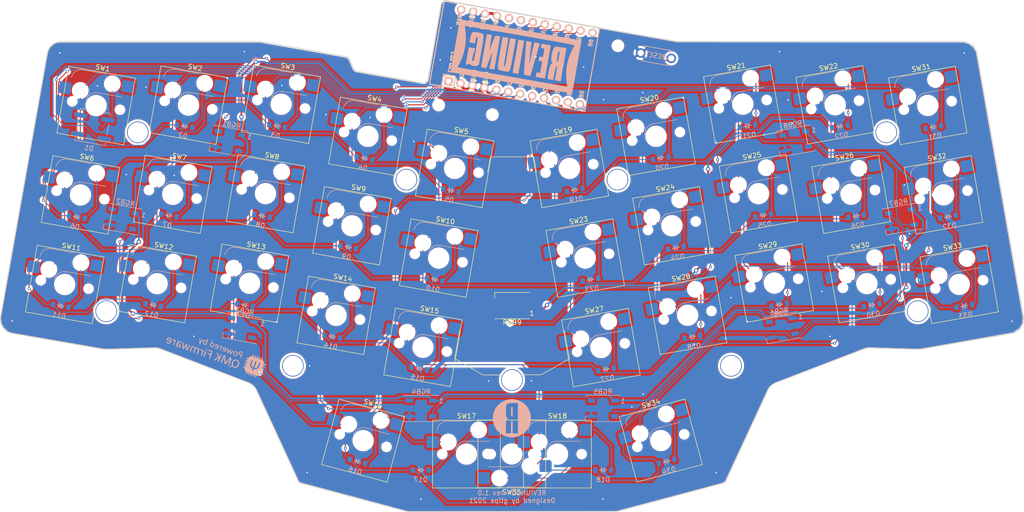
<source format=kicad_pcb>
(kicad_pcb (version 20221018) (generator pcbnew)
  (title_block (title "REVIUNG34 hotswap") (date "2023-10-02") (rev "2"))
  (layers (0 "F.Cu" signal) (31 "B.Cu" signal) (34 "B.Paste" user) (35 "F.Paste" user) (36 "B.SilkS" user "B.Silkscreen") (37 "F.SilkS" user "F.Silkscreen") (38 "B.Mask" user) (39 "F.Mask" user) (44 "Edge.Cuts" user))
  (net 0 "")
  (net 1 "row0")
  (net 2 "row1")
  (net 3 "row2")
  (net 4 "row3")
  (net 5 "reset")
  (net 6 "GND")
  (net 7 "LED")
  (net 8 "VCC")
  (net 9 "col0")
  (net 10 "col1")
  (net 11 "col2")
  (net 12 "col3")
  (net 13 "col4")
  (net 14 "col5")
  (net 15 "col6")
  (net 16 "col7")
  (net 17 "col8")
  (net 18 "Net-(D1-A)")
  (net 19 "Net-(D2-A)")
  (net 20 "Net-(D3-A)")
  (net 21 "Net-(D4-A)")
  (net 22 "Net-(D5-A)")
  (net 23 "Net-(D6-A)")
  (net 24 "Net-(D7-A)")
  (net 25 "Net-(D8-A)")
  (net 26 "Net-(D9-A)")
  (net 27 "Net-(D10-A)")
  (net 28 "Net-(D11-A)")
  (net 29 "Net-(D12-A)")
  (net 30 "Net-(D13-A)")
  (net 31 "Net-(D14-A)")
  (net 32 "Net-(D15-A)")
  (net 33 "Net-(D16-A)")
  (net 34 "Net-(D17-A)")
  (net 35 "Net-(D18-A)")
  (net 36 "Net-(D19-A)")
  (net 37 "Net-(D20-A)")
  (net 38 "Net-(D21-A)")
  (net 39 "Net-(D22-A)")
  (net 40 "Net-(D23-A)")
  (net 41 "Net-(D24-A)")
  (net 42 "Net-(D25-A)")
  (net 43 "Net-(D26-A)")
  (net 44 "Net-(D27-A)")
  (net 45 "Net-(D28-A)")
  (net 46 "Net-(D29-A)")
  (net 47 "Net-(D30-A)")
  (net 48 "Net-(D31-A)")
  (net 49 "Net-(D32-A)")
  (net 50 "Net-(D33-A)")
  (net 51 "Net-(D34-A)")
  (net 52 "Net-(RGB1-DOUT)")
  (net 53 "Net-(RGB2-DOUT)")
  (net 54 "Net-(RGB3-DOUT)")
  (net 55 "Net-(RGB4-DOUT)")
  (net 56 "Net-(RGB5-DOUT)")
  (net 57 "Net-(RGB6-DOUT)")
  (net 58 "Net-(RGB7-DOUT)")
  (net 59 "Net-(RGB8-DOUT)")
  (net 60 "unconnected-(RGB9-DOUT-Pad2)")
  (footprint "ScottoKeebs_Components:LED_WS2812B" (layer "F.Cu") (at 137.94 94.36 180)
    (fp_text reference "RGB9")
    (fp_text value "WS2812B")
  )
  (footprint "ScottoKeebs_Hotswap:Hotswap_MX_1.00u" (layer "F.Cu") (at 50.8 52.42 -10)
    (fp_text reference "SW1")
    (fp_text value "SW_PUSH")
  )
  (footprint "ScottoKeebs_Hotswap:Hotswap_MX_1.00u" (layer "F.Cu") (at 70.15 52.32 -10)
    (fp_text reference "SW2")
    (fp_text value "SW_PUSH")
  )
  (footprint "ScottoKeebs_Hotswap:Hotswap_MX_1.00u" (layer "F.Cu") (at 89.57 52.14 -10)
    (fp_text reference "SW3")
    (fp_text value "SW_PUSH")
  )
  (footprint "ScottoKeebs_Hotswap:Hotswap_MX_1.00u" (layer "F.Cu") (at 107.73 58.87 -10)
    (fp_text reference "SW4")
    (fp_text value "SW_PUSH")
  )
  (footprint "ScottoKeebs_Hotswap:Hotswap_MX_1.00u" (layer "F.Cu") (at 125.91 65.59 -10)
    (fp_text reference "SW5")
    (fp_text value "SW_PUSH")
  )
  (footprint "ScottoKeebs_Hotswap:Hotswap_MX_1.00u" (layer "F.Cu") (at 47.52 71.16 -10)
    (fp_text reference "SW6")
    (fp_text value "SW_PUSH")
  )
  (footprint "ScottoKeebs_Hotswap:Hotswap_MX_1.00u" (layer "F.Cu") (at 66.86 71.03 -10)
    (fp_text reference "SW7")
    (fp_text value "SW_PUSH")
  )
  (footprint "ScottoKeebs_Hotswap:Hotswap_MX_1.00u" (layer "F.Cu") (at 86.28 70.87 -10)
    (fp_text reference "SW8")
    (fp_text value "SW_PUSH")
  )
  (footprint "ScottoKeebs_Hotswap:Hotswap_MX_1.00u" (layer "F.Cu") (at 104.39 77.62 -10)
    (fp_text reference "SW9")
    (fp_text value "SW_PUSH")
  )
  (footprint "ScottoKeebs_Hotswap:Hotswap_MX_1.00u" (layer "F.Cu") (at 122.56 84.39 -10)
    (fp_text reference "SW10")
    (fp_text value "SW_PUSH")
  )
  (footprint "ScottoKeebs_Hotswap:Hotswap_MX_1.00u" (layer "F.Cu") (at 44.22 89.93 -10)
    (fp_text reference "SW11")
    (fp_text value "SW_PUSH")
  )
  (footprint "ScottoKeebs_Hotswap:Hotswap_MX_1.00u" (layer "F.Cu") (at 63.59 89.76 -10)
    (fp_text reference "SW12")
    (fp_text value "SW_PUSH")
  )
  (footprint "ScottoKeebs_Hotswap:Hotswap_MX_1.00u" (layer "F.Cu") (at 82.94 89.68 -10)
    (fp_text reference "SW13")
    (fp_text value "SW_PUSH")
  )
  (footprint "ScottoKeebs_Hotswap:Hotswap_MX_1.00u" (layer "F.Cu") (at 101.08 96.41 -10)
    (fp_text reference "SW14")
    (fp_text value "SW_PUSH")
  )
  (footprint "ScottoKeebs_Hotswap:Hotswap_MX_1.00u" (layer "F.Cu") (at 119.27 103.11 -10)
    (fp_text reference "SW15")
    (fp_text value "SW_PUSH")
  )
  (footprint "ScottoKeebs_Hotswap:Hotswap_MX_1.00u" (layer "F.Cu") (at 106.73 122.67 -15)
    (fp_text reference "SW16")
    (fp_text value "SW_PUSH")
  )
  (footprint "ScottoKeebs_Hotswap:Hotswap_MX_1.00u" (layer "F.Cu") (at 128.39 125.5)
    (fp_text reference "SW17")
    (fp_text value "SW_PUSH")
  )
  (footprint "ScottoKeebs_Hotswap:Hotswap_MX_1.00u" (layer "F.Cu") (at 147.43 125.5)
    (fp_text reference "SW18")
    (fp_text value "SW_PUSH")
  )
  (footprint "ScottoKeebs_Hotswap:Hotswap_MX_1.00u" (layer "F.Cu") (at 149.95 65.6 10)
    (fp_text reference "SW19")
    (fp_text value "SW_PUSH")
  )
  (footprint "ScottoKeebs_Hotswap:Hotswap_MX_1.00u" (layer "F.Cu") (at 168.09 58.87 10)
    (fp_text reference "SW20")
    (fp_text value "SW_PUSH")
  )
  (footprint "ScottoKeebs_Hotswap:Hotswap_MX_1.00u" (layer "F.Cu") (at 186.26 52.12 10)
    (fp_text reference "SW21")
    (fp_text value "SW_PUSH")
  )
  (footprint "ScottoKeebs_Hotswap:Hotswap_MX_1.00u" (layer "F.Cu") (at 205.61 52.25 10)
    (fp_text reference "SW22")
    (fp_text value "SW_PUSH")
  )
  (footprint "ScottoKeebs_Hotswap:Hotswap_MX_1.00u" (layer "F.Cu") (at 153.25 84.38 10)
    (fp_text reference "SW23")
    (fp_text value "SW_PUSH")
  )
  (footprint "ScottoKeebs_Hotswap:Hotswap_MX_1.00u" (layer "F.Cu") (at 171.41 77.61 10)
    (fp_text reference "SW24")
    (fp_text value "SW_PUSH")
  )
  (footprint "ScottoKeebs_Hotswap:Hotswap_MX_1.00u" (layer "F.Cu") (at 189.55 70.88 10)
    (fp_text reference "SW25")
    (fp_text value "SW_PUSH")
  )
  (footprint "ScottoKeebs_Hotswap:Hotswap_MX_1.00u" (layer "F.Cu") (at 208.95 71.01 10)
    (fp_text reference "SW26")
    (fp_text value "SW_PUSH")
  )
  (footprint "ScottoKeebs_Hotswap:Hotswap_MX_1.00u" (layer "F.Cu") (at 156.55 103.16 10)
    (fp_text reference "SW27")
    (fp_text value "SW_PUSH")
  )
  (footprint "ScottoKeebs_Hotswap:Hotswap_MX_1.00u" (layer "F.Cu") (at 174.7 96.38 10)
    (fp_text reference "SW28")
    (fp_text value "SW_PUSH")
  )
  (footprint "ScottoKeebs_Hotswap:Hotswap_MX_1.00u" (layer "F.Cu") (at 192.87 89.62 10)
    (fp_text reference "SW29")
    (fp_text value "SW_PUSH")
  )
  (footprint "ScottoKeebs_Hotswap:Hotswap_MX_1.00u" (layer "F.Cu") (at 212.25 89.75 10)
    (fp_text reference "SW30")
    (fp_text value "SW_PUSH")
  )
  (footprint "ScottoKeebs_Hotswap:Hotswap_MX_1.00u" (layer "F.Cu") (at 225.01 52.39 10)
    (fp_text reference "SW31")
    (fp_text value "SW_PUSH")
  )
  (footprint "ScottoKeebs_Hotswap:Hotswap_MX_1.00u" (layer "F.Cu") (at 228.32 71.13 10)
    (fp_text reference "SW32")
    (fp_text value "SW_PUSH")
  )
  (footprint "ScottoKeebs_Hotswap:Hotswap_MX_1.00u" (layer "F.Cu") (at 231.59 89.91 10)
    (fp_text reference "SW33")
    (fp_text value "SW_PUSH")
  )
  (footprint "ScottoKeebs_Hotswap:Hotswap_MX_1.00u" (layer "F.Cu") (at 169.09 122.66 15)
    (fp_text reference "SW34")
    (fp_text value "SW_PUSH")
  )
  (footprint "ScottoKeebs_Hotswap:Hotswap_MX_1.00u" (layer "F.Cu") (at 137.87 125.46 180)
    (fp_text reference "SW35")
    (fp_text value "SW_PUSH")
  )
  (footprint "ScottoKeebs_MCU:Arduino_Pro_Micro" (layer "F.Cu") (at 139.71 42.23 80)
    (fp_text reference "U1" hide)
    (fp_text value "ProMicro" hide)
  )
  (footprint "_reviung-kbd:HOLE_4.2mm" (layer "F.Cu") (at 59.54 58.03)
    (fp_text reference "H1" hide)
    (fp_text value "HOLE_4.2mm" hide)
  )
  (footprint "_reviung-kbd:HOLE_4.2mm" (layer "F.Cu") (at 52.92 95.54)
    (fp_text reference "H2" hide)
    (fp_text value "HOLE_4.2mm" hide)
  )
  (footprint "_reviung-kbd:HOLE_4.2mm" (layer "F.Cu") (at 92.02 106.97)
    (fp_text reference "H4" hide)
    (fp_text value "HOLE_4.2mm" hide)
  )
  (footprint "_reviung-kbd:HOLE_4.2mm" (layer "F.Cu") (at 115.8 67.94)
    (fp_text reference "H3" hide)
    (fp_text value "HOLE_4.2mm" hide)
  )
  (footprint "_reviung-kbd:HOLE_4.2mm" (layer "F.Cu") (at 137.91 109.96)
    (fp_text reference "H5" hide)
    (fp_text value "HOLE_4.2mm" hide)
  )
  (footprint "_reviung-kbd:HOLE_4.2mm" (layer "F.Cu") (at 183.8 106.98)
    (fp_text reference "H7" hide)
    (fp_text value "HOLE_4.2mm" hide)
  )
  (footprint "_reviung-kbd:HOLE_4.2mm" (layer "F.Cu") (at 160.02 67.94)
    (fp_text reference "H6" hide)
    (fp_text value "HOLE_4.2mm" hide)
  )
  (footprint "_reviung-kbd:HOLE_4.2mm" (layer "F.Cu") (at 216.32 58.02)
    (fp_text reference "H8" hide)
    (fp_text value "HOLE_4.2mm" hide)
  )
  (footprint "_reviung-kbd:HOLE_4.2mm" (layer "F.Cu") (at 222.91 95.53)
    (fp_text reference "H9" hide)
    (fp_text value "HOLE_4.2mm" hide)
  )
  (footprint "_reviung-kbd:HOLE_2.2mm" (layer "F.Cu") (at 122.56 52.32)
    (fp_text reference "Ref**")
    (fp_text value "Val**")
  )
  (footprint "_reviung-kbd:HOLE_2.2mm" (layer "F.Cu") (at 133.81 54.32)
    (fp_text reference "Ref**")
    (fp_text value "Val**")
  )
  (footprint "_reviung-kbd:HOLE_2.2mm" (layer "F.Cu") (at 160.11 39.87)
    (fp_text reference "Ref**")
    (fp_text value "Val**")
  )
  (footprint "Button_Switch_SMD:SW_SPST_B3SL-1002P" (layer "B.Cu") (at 50.08 56.9 -10)
    (fp_text reference "D1")
    (fp_text value "1N4148W")
  )
  (footprint "ScottoKeebs_Components:Diode_SOD-123" (layer "B.Cu") (at 69.33 56.76 -10)
    (fp_text reference "D2")
    (fp_text value "1N4148W")
  )
  (footprint "ScottoKeebs_Components:Diode_SOD-123" (layer "B.Cu") (at 88.71 56.71 -10)
    (fp_text reference "D3")
    (fp_text value "1N4148W")
  )
  (footprint "ScottoKeebs_Components:Diode_SOD-123" (layer "B.Cu") (at 107.03 63.49 -10)
    (fp_text reference "D4")
    (fp_text value "1N4148W")
  )
  (footprint "ScottoKeebs_Components:Diode_SOD-123" (layer "B.Cu") (at 125.11 70.2 -10)
    (fp_text reference "D5")
    (fp_text value "1N4148W")
  )
  (footprint "ScottoKeebs_Components:Diode_SOD-123" (layer "B.Cu") (at 46.74 75.8 -10)
    (fp_text reference "D6")
    (fp_text value "1N4148W")
  )
  (footprint "ScottoKeebs_Components:Diode_SOD-123" (layer "B.Cu") (at 66.05 75.49 -10)
    (fp_text reference "D7")
    (fp_text value "1N4148W")
  )
  (footprint "ScottoKeebs_Components:Diode_SOD-123" (layer "B.Cu") (at 85.56 75.53 -10)
    (fp_text reference "D8")
    (fp_text value "1N4148W")
  )
  (footprint "ScottoKeebs_Components:Diode_SOD-123" (layer "B.Cu") (at 103.61 82.1 -10)
    (fp_text reference "D9")
    (fp_text value "1N4148W")
  )
  (footprint "ScottoKeebs_Components:Diode_SOD-123" (layer "B.Cu") (at 121.71 88.87 -10)
    (fp_text reference "D10")
    (fp_text value "1N4148W")
  )
  (footprint "ScottoKeebs_Components:Diode_SOD-123" (layer "B.Cu") (at 43.37 94.42 -10)
    (fp_text reference "D11")
    (fp_text value "1N4148W")
  )
  (footprint "ScottoKeebs_Components:Diode_SOD-123" (layer "B.Cu") (at 62.76 94.23 -10)
    (fp_text reference "D12")
    (fp_text value "1N4148W")
  )
  (footprint "ScottoKeebs_Components:Diode_SOD-123" (layer "B.Cu") (at 81.98 94.26 -10)
    (fp_text reference "D13")
    (fp_text value "1N4148W")
  )
  (footprint "ScottoKeebs_Components:Diode_SOD-123" (layer "B.Cu") (at 100.26 100.87 -10)
    (fp_text reference "D14")
    (fp_text value "1N4148W")
  )
  (footprint "ScottoKeebs_Components:Diode_SOD-123" (layer "B.Cu") (at 118.48 107.56 -10)
    (fp_text reference "D15")
    (fp_text value "1N4148W")
  )
  (footprint "ScottoKeebs_Components:Diode_SOD-123" (layer "B.Cu") (at 105.56 127.04 -15)
    (fp_text reference "D16")
    (fp_text value "1N4148W")
  )
  (footprint "ScottoKeebs_Components:Diode_SOD-123" (layer "B.Cu") (at 118.8 128.85)
    (fp_text reference "D17")
    (fp_text value "1N4148W")
  )
  (footprint "ScottoKeebs_Components:Diode_SOD-123" (layer "B.Cu") (at 157.02 128.85)
    (fp_text reference "D18")
    (fp_text value "1N4148W")
  )
  (footprint "ScottoKeebs_Components:Diode_SOD-123" (layer "B.Cu") (at 151.06 70.12 10)
    (fp_text reference "D19")
    (fp_text value "1N4148W")
  )
  (footprint "ScottoKeebs_Components:Diode_SOD-123" (layer "B.Cu") (at 169.06 63.43 10)
    (fp_text reference "D20")
    (fp_text value "1N4148W")
  )
  (footprint "ScottoKeebs_Components:Diode_SOD-123" (layer "B.Cu") (at 187.26 56.69 10)
    (fp_text reference "D21")
    (fp_text value "1N4148W")
  )
  (footprint "ScottoKeebs_Components:Diode_SOD-123" (layer "B.Cu") (at 206.6 56.78 10)
    (fp_text reference "D22")
    (fp_text value "1N4148W")
  )
  (footprint "ScottoKeebs_Components:Diode_SOD-123" (layer "B.Cu") (at 154.35 88.91 10)
    (fp_text reference "D23")
    (fp_text value "1N4148W")
  )
  (footprint "ScottoKeebs_Components:Diode_SOD-123" (layer "B.Cu") (at 172.25 82.25 10)
    (fp_text reference "D24")
    (fp_text value "1N4148W")
  )
  (footprint "ScottoKeebs_Components:Diode_SOD-123" (layer "B.Cu") (at 190.54 75.44 10)
    (fp_text reference "D25")
    (fp_text value "1N4148W")
  )
  (footprint "ScottoKeebs_Components:Diode_SOD-123" (layer "B.Cu") (at 209.99 75.59 10)
    (fp_text reference "D26")
    (fp_text value "1N4148W")
  )
  (footprint "ScottoKeebs_Components:Diode_SOD-123" (layer "B.Cu") (at 157.61 107.72 10)
    (fp_text reference "D27")
    (fp_text value "1N4148W")
  )
  (footprint "ScottoKeebs_Components:Diode_SOD-123" (layer "B.Cu") (at 175.71 100.92 10)
    (fp_text reference "D28")
    (fp_text value "1N4148W")
  )
  (footprint "ScottoKeebs_Components:Diode_SOD-123" (layer "B.Cu") (at 193.9 94.18 10)
    (fp_text reference "D29")
    (fp_text value "1N4148W")
  )
  (footprint "ScottoKeebs_Components:Diode_SOD-123" (layer "B.Cu") (at 213.27 94.25 10)
    (fp_text reference "D30")
    (fp_text value "1N4148W")
  )
  (footprint "ScottoKeebs_Components:Diode_SOD-123" (layer "B.Cu") (at 226.16 56.92 10)
    (fp_text reference "D31")
    (fp_text value "1N4148W")
  )
  (footprint "ScottoKeebs_Components:Diode_SOD-123" (layer "B.Cu") (at 229.25 75.73 10)
    (fp_text reference "D32")
    (fp_text value "1N4148W")
  )
  (footprint "ScottoKeebs_Components:Diode_SOD-123" (layer "B.Cu") (at 232.64 94.43 10)
    (fp_text reference "D33")
    (fp_text value "1N4148W")
  )
  (footprint "ScottoKeebs_Components:Diode_SOD-123" (layer "B.Cu") (at 170.31 127.03 15)
    (fp_text reference "D34")
    (fp_text value "1N4148W")
  )
  (footprint "kbd:ResetSW_1side" (layer "B.Cu") (at 168.08 41.95 -10)
    (fp_text reference "RESET1" hide)
    (fp_text value "SW_PUSH")
  )
  (footprint "ScottoKeebs_Components:LED_WS2812B" (layer "B.Cu") (at 78.55 59.85 170)
    (fp_text reference "RGB1")
    (fp_text value "WS2812B")
  )
  (footprint "ScottoKeebs_Components:LED_WS2812B" (layer "B.Cu") (at 56.34 76.22 170)
    (fp_text reference "RGB2")
    (fp_text value "WS2812B")
  )
  (footprint "ScottoKeebs_Components:LED_WS2812B" (layer "B.Cu") (at 81.31 99.01 170)
    (fp_text reference "RGB3")
    (fp_text value "WS2812B")
  )
  (footprint "ScottoKeebs_Components:LED_WS2812B" (layer "B.Cu") (at 118.89 115.93 180)
    (fp_text reference "RGB4")
    (fp_text value "WS2812B")
  )
  (footprint "ScottoKeebs_Components:LED_WS2812B" (layer "B.Cu") (at 156.97 115.93 180)
    (fp_text reference "RGB5")
    (fp_text value "WS2812B")
  )
  (footprint "ScottoKeebs_Components:LED_WS2812B" (layer "B.Cu") (at 194.51 99.02 -170)
    (fp_text reference "RGB6")
    (fp_text value "WS2812B")
  )
  (footprint "ScottoKeebs_Components:LED_WS2812B" (layer "B.Cu") (at 219.51 76.2 -170)
    (fp_text reference "RGB7")
    (fp_text value "WS2812B")
  )
  (footprint "ScottoKeebs_Components:LED_WS2812B" (layer "B.Cu") (at 197.33 59.83 -170)
    (fp_text reference "RGB8")
    (fp_text value "WS2812B")
  )
  (footprint "_reviung-kbd:QMK-x4-ver1" (layer "B.Cu") (at 75.96 104.11 160)
    (fp_text reference "G***" hide)
    (fp_text value "LOGO" hide)
  )
  (footprint "_reviung-kbd:reviung-logo" (layer "B.Cu") (at 138.75 42 170)
    (fp_text reference "G***" hide)
    (fp_text value "LOGO" hide)
  )
  (footprint "_reviung-kbd:R-x4-ver1" (layer "B.Cu") (at 137.91 117.96 180)
    (fp_text reference "G***" hide)
    (fp_text value "LOGO" hide)
  )
  (gr_line (start 125.92 105.45) (end 131.84 108.9) (stroke (width 0.12)) (layer "F.SilkS"))
  (gr_line (start 132.8 66.47) (end 133.41 63.17) (stroke (width 0.12)) (layer "F.SilkS"))
  (gr_line (start 126.96 99.51) (end 125.92 105.45) (stroke (width 0.12)) (layer "F.SilkS"))
  (gr_line (start 144.04 108.86) (end 140.29 108.86) (stroke (width 0.12)) (layer "F.SilkS"))
  (gr_line (start 149.94 105.5) (end 144.04 108.86) (stroke (width 0.12)) (layer "F.SilkS"))
  (gr_line (start 142.49 63.17) (end 143.04 66.44) (stroke (width 0.12)) (layer "F.SilkS"))
  (gr_line (start 148.89 99.55) (end 149.94 105.5) (stroke (width 0.12)) (layer "F.SilkS"))
  (gr_line (start 131.84 108.9) (end 135.55 108.89) (stroke (width 0.12)) (layer "F.SilkS"))
  (gr_line (start 133.41 63.17) (end 142.49 63.17) (stroke (width 0.12)) (layer "F.SilkS"))
  (gr_curve (pts (xy 43.536576 38.988851) (xy 42.081257 38.988848) (xy 40.835834 40.033351) (xy 40.582406 41.466435)) (stroke (width 0.2)) (layer "Edge.Cuts"))
  (gr_curve (pts (xy 191.513763 112.083214) (xy 191.84121 111.374564) (xy 192.43199 110.82146) (xy 193.160652 110.541355)) (stroke (width 0.2)) (layer "Edge.Cuts"))
  (gr_curve (pts (xy 172.568228 38.988975) (xy 172.568228 38.988975) (xy 124.216765 30.532213) (xy 124.216765 30.532213)) (stroke (width 0.2)) (layer "Edge.Cuts"))
  (gr_curve (pts (xy 124.216765 30.532213) (xy 123.672848 30.436302) (xy 123.15417 30.799499) (xy 123.058288 31.343422)) (stroke (width 0.2)) (layer "Edge.Cuts"))
  (gr_curve (pts (xy 182.105793 131.590117) (xy 182.414052 131.507582) (xy 182.664409 131.28288) (xy 182.779662 130.985301)) (stroke (width 0.2)) (layer "Edge.Cuts"))
  (gr_curve (pts (xy 84.371394 112.084401) (xy 84.371394 112.084401) (xy 93.10476 131.00805) (xy 93.10476 131.00805)) (stroke (width 0.2)) (layer "Edge.Cuts"))
  (gr_curve (pts (xy 235.304362 41.467996) (xy 235.051536 40.034249) (xy 233.805812 38.988975) (xy 232.349945 38.988975)) (stroke (width 0.2)) (layer "Edge.Cuts"))
  (gr_curve (pts (xy 63.011018 103.21652) (xy 63.409259 103.20447) (xy 63.805912 103.271866) (xy 64.177823 103.414776)) (stroke (width 0.2)) (layer "Edge.Cuts"))
  (gr_curve (pts (xy 245.041942 96.700743) (xy 245.041942 96.700743) (xy 235.304362 41.467996) (xy 235.304362 41.467996)) (stroke (width 0.2)) (layer "Edge.Cuts"))
  (gr_curve (pts (xy 193.160652 110.541355) (xy 193.160652 110.541355) (xy 211.699091 103.414981) (xy 211.699091 103.414981)) (stroke (width 0.2)) (layer "Edge.Cuts"))
  (gr_curve (pts (xy 64.177823 103.414776) (xy 64.177823 103.414776) (xy 82.723549 110.54113) (xy 82.723549 110.54113)) (stroke (width 0.2)) (layer "Edge.Cuts"))
  (gr_curve (pts (xy 120.319015 46.882814) (xy 120.223012 47.427419) (xy 119.703216 47.79071) (xy 119.158787 47.693706)) (stroke (width 0.2)) (layer "Edge.Cuts"))
  (gr_curve (pts (xy 119.158787 47.693706) (xy 119.158787 47.693706) (xy 105.456322 45.252278) (xy 105.456322 45.252278)) (stroke (width 0.2)) (layer "Edge.Cuts"))
  (gr_curve (pts (xy 33.243229 100.17093) (xy 33.243229 100.17093) (xy 52.28 103.48) (xy 52.28 103.48)) (stroke (width 0.2)) (layer "Edge.Cuts"))
  (gr_curve (pts (xy 93.778781 131.612249) (xy 93.778781 131.612249) (xy 116.151731 137.589783) (xy 116.151731 137.589783)) (stroke (width 0.2)) (layer "Edge.Cuts"))
  (gr_curve (pts (xy 123.058288 31.343422) (xy 123.058288 31.343422) (xy 120.319015 46.882814) (xy 120.319015 46.882814)) (stroke (width 0.2)) (layer "Edge.Cuts"))
  (gr_curve (pts (xy 82.723549 110.54113) (xy 83.452827 110.821362) (xy 84.044018 111.375034) (xy 84.371394 112.084401)) (stroke (width 0.2)) (layer "Edge.Cuts"))
  (gr_curve (pts (xy 242.608016 100.176225) (xy 244.239934 99.888732) (xy 245.329705 98.332613) (xy 245.041942 96.700743)) (stroke (width 0.2)) (layer "Edge.Cuts"))
  (gr_curve (pts (xy 211.699091 103.414981) (xy 212.071202 103.271938) (xy 212.468092 103.204494) (xy 212.866566 103.216592)) (stroke (width 0.2)) (layer "Edge.Cuts"))
  (gr_curve (pts (xy 223.597398 103.481067) (xy 223.597398 103.481067) (xy 242.608016 100.176225) (xy 242.608016 100.176225)) (stroke (width 0.2)) (layer "Edge.Cuts"))
  (gr_curve (pts (xy 30.809115 96.693933) (xy 30.520429 98.326397) (xy 31.610535 99.883552) (xy 33.243229 100.17093)) (stroke (width 0.2)) (layer "Edge.Cuts"))
  (gr_curve (pts (xy 85.185952 38.988975) (xy 85.185952 38.988975) (xy 43.536576 38.988851) (xy 43.536576 38.988851)) (stroke (width 0.2)) (layer "Edge.Cuts"))
  (gr_curve (pts (xy 212.866566 103.216592) (xy 212.866566 103.216592) (xy 222.992541 103.524014) (xy 222.992541 103.524014)) (stroke (width 0.2)) (layer "Edge.Cuts"))
  (gr_curve (pts (xy 104.714585 44.666328) (xy 104.714585 44.666328) (xy 103.88475 42.756677) (xy 103.88475 42.756677)) (stroke (width 0.2)) (layer "Edge.Cuts"))
  (gr_curve (pts (xy 222.992541 103.524014) (xy 223.195093 103.530164) (xy 223.397747 103.515774) (xy 223.597398 103.481067)) (stroke (width 0.2)) (layer "Edge.Cuts"))
  (gr_curve (pts (xy 52.88451 103.522948) (xy 52.88451 103.522948) (xy 63.011018 103.21652) (xy 63.011018 103.21652)) (stroke (width 0.2)) (layer "Edge.Cuts"))
  (gr_curve (pts (xy 103.88475 42.756677) (xy 103.751113 42.449146) (xy 103.472239 42.229061) (xy 103.14207 42.17056)) (stroke (width 0.2)) (layer "Edge.Cuts"))
  (gr_curve (pts (xy 103.14207 42.17056) (xy 103.14207 42.17056) (xy 85.185952 38.988975) (xy 85.185952 38.988975)) (stroke (width 0.2)) (layer "Edge.Cuts"))
  (gr_curve (pts (xy 182.779662 130.985301) (xy 182.779662 130.985301) (xy 191.513763 112.083214) (xy 191.513763 112.083214)) (stroke (width 0.2)) (layer "Edge.Cuts"))
  (gr_curve (pts (xy 93.10476 131.00805) (xy 93.220204 131.305427) (xy 93.470598 131.529883) (xy 93.778781 131.612249)) (stroke (width 0.2)) (layer "Edge.Cuts"))
  (gr_curve (pts (xy 40.582406 41.466435) (xy 40.582406 41.466435) (xy 30.809115 96.693933) (xy 30.809115 96.693933)) (stroke (width 0.2)) (layer "Edge.Cuts"))
  (gr_curve (pts (xy 52.28 103.48) (xy 52.479537 103.514685) (xy 52.682073 103.529074) (xy 52.88451 103.522948)) (stroke (width 0.2)) (layer "Edge.Cuts"))
  (gr_curve (pts (xy 105.456322 45.252278) (xy 105.126543 45.19352) (xy 104.848087 44.973548) (xy 104.714585 44.666328)) (stroke (width 0.2)) (layer "Edge.Cuts"))
  (gr_curve (pts (xy 232.349945 38.988975) (xy 232.349945 38.988975) (xy 172.568228 38.988975) (xy 172.568228 38.988975)) (stroke (width 0.2)) (layer "Edge.Cuts"))
  (gr_curve (pts (xy 116.151731 137.589783) (xy 116.151731 137.589783) (xy 159.715143 137.589783) (xy 159.715143 137.589783)) (stroke (width 0.2)) (layer "Edge.Cuts"))
  (gr_curve (pts (xy 159.715143 137.589783) (xy 159.715143 137.589783) (xy 182.105793 131.590117) (xy 182.105793 131.590117)) (stroke (width 0.2)) (layer "Edge.Cuts"))
  (gr_text "REVIUNG34 rev 1.0\nDesigned by gtips 2021" (at 137.91 134.42) (layer "B.SilkS") (effects (font (size 1 1)) (justify mirror)))
  (segment (start 149.97 127.78) (end 147.21 130.54) (width 0.2) (layer "F.Cu") (net 0))
  (segment (start 140.29 130.54) (end 135.33 130.54) (width 0.2) (layer "F.Cu") (net 0))
  (segment (start 149.97 120.34) (end 149.97 127.78) (width 0.2) (layer "F.Cu") (net 0))
  (segment (start 147.21 130.54) (end 140.29 130.54) (width 0.2) (layer "F.Cu") (net 0))
  (segment (start 57.25 63.75) (end 78.786072 63.75) (width 0.2) (layer "B.Cu") (net 0))
  (segment (start 54.205058 66.794942) (end 57.25 63.75) (width 0.2) (layer "B.Cu") (net 0))
  (segment (start 78.786072 63.75) (end 80.684942 61.85113) (width 0.2) (layer "B.Cu") (net 0))
  (segment (start 54.205058 74.21887) (end 54.205058 66.794942) (width 0.2) (layer "B.Cu") (net 0))
  (segment (start 88.810192 58.25) (end 88.405096 57.844904) (width 0.2) (layer "B.Cu") (net 1))
  (segment (start 81.810192 51.25) (end 85.155096 54.594904) (width 0.2) (layer "B.Cu") (net 1))
  (segment (start 167.721994 64.148254) (end 178.361938 64.148254) (width 0.2) (layer "B.Cu") (net 1))
  (segment (start 124.859083 71.388891) (end 148.351301 71.388891) (width 0.2) (layer "B.Cu") (net 1))
  (segment (start 123.475526 49.59413) (end 123.475524 49.594132) (width 0.2) (layer "B.Cu") (net 1))
  (segment (start 149.576179 70.692439) (end 149.311966 70.428226) (width 0.2) (layer "B.Cu") (net 1))
  (segment (start 160.383383 63.738226) (end 153.42917 70.692439) (width 0.2) (layer "B.Cu") (net 1))
  (segment (start 134.136381 48.973195) (end 133.028824 50.080752) (width 0.2) (layer "B.Cu") (net 1))
  (segment (start 192.25 54.75) (end 202.51374 54.75) (width 0.2) (layer "B.Cu") (net 1))
  (segment (start 113.668624 50.44998) (end 103.812009 50.44998) (width 0.2) (layer "B.Cu") (net 1))
  (segment (start 52.49 60.75) (end 48.331966 56.591966) (width 0.2) (layer "B.Cu") (net 1))
  (segment (start 65.048226 56.451774) (end 60.75 60.75) (width 0.2) (layer "B.Cu") (net 1))
  (segment (start 85.155096 54.594904) (end 86.961966 56.401774) (width 0.2) (layer "B.Cu") (net 1))
  (segment (start 97.462019 44.09999) (end 44.40001 44.09999) (width 0.2) (layer "B.Cu") (net 1))
  (segment (start 105.181774 63.181774) (end 100.25 58.25) (width 0.2) (layer "B.Cu") (net 1))
  (segment (start 202.51374 54.75) (end 204.851966 57.088226) (width 0.2) (layer "B.Cu") (net 1))
  (segment (start 73.42314 52.57686) (end 74.75 51.25) (width 0.2) (layer "B.Cu") (net 1))
  (segment (start 167.311966 63.738226) (end 167.721994 64.148254) (width 0.2) (layer "B.Cu") (net 1))
  (segment (start 167.311966 63.738226) (end 160.383383 63.738226) (width 0.2) (layer "B.Cu") (net 1))
  (segment (start 73.42314 56.285697) (end 73.42314 56.25686) (width 0.2) (layer "B.Cu") (net 1))
  (segment (start 178.361938 64.148254) (end 185.511966 56.998226) (width 0.2) (layer "B.Cu") (net 1))
  (segment (start 189.591746 57.408254) (end 192.25 54.75) (width 0.2) (layer "B.Cu") (net 1))
  (segment (start 105.281966 63.181774) (end 105.181774 63.181774) (width 0.2) (layer "B.Cu") (net 1))
  (segment (start 187.658254 57.408254) (end 189.591746 57.408254) (width 0.2) (layer "B.Cu") (net 1))
  (segment (start 67.581966 56.451774) (end 69.079083 57.948891) (width 0.2) (layer "B.Cu") (net 1))
  (segment (start 103.812009 50.44998) (end 97.462019 44.09999) (width 0.2) (layer "B.Cu") (net 1))
  (segment (start 73.42314 56.25686) (end 73.42314 52.57686) (width 0.2) (layer "B.Cu") (net 1))
  (segment (start 69.079083 57.948891) (end 71.759946 57.948891) (width 0.2) (layer "B.Cu") (net 1))
  (segment (start 48.331966 56.591774) (end 44.091774 56.591774) (width 0.2) (layer "B.Cu") (net 1))
  (segment (start 41.75 46.75) (end 41.75 54.25) (width 0.2) (layer "B.Cu") (net 1))
  (segment (start 153.42917 70.692439) (end 149.576179 70.692439) (width 0.2) (layer "B.Cu") (net 1))
  (segment (start 67.581966 56.451774) (end 65.048226 56.451774) (width 0.2) (layer "B.Cu") (net 1))
  (segment (start 105.281966 63.181774) (end 106.779083 64.678891) (width 0.2) (layer "B.Cu") (net 1))
  (segment (start 48.331966 56.591966) (end 48.331966 56.591774) (width 0.2) (layer "B.Cu") (net 1))
  (segment (start 106.779083 64.678891) (end 118.149083 64.678891) (width 0.2) (layer "B.Cu") (net 1))
  (segment (start 187.248226 56.998226) (end 187.658254 57.408254) (width 0.2) (layer "B.Cu") (net 1))
  (segment (start 123.962148 50.080752) (end 123.475526 49.59413) (width 0.2) (layer "B.Cu") (net 1))
  (segment (start 44.40001 44.09999) (end 41.75 46.75) (width 0.2) (layer "B.Cu") (net 1))
  (segment (start 74.75 51.25) (end 81.810192 51.25) (width 0.2) (layer "B.Cu") (net 1))
  (segment (start 123.361966 69.891774) (end 124.859083 71.388891) (width 0.2) (layer "B.Cu") (net 1))
  (segment (start 148.351301 71.388891) (end 149.311966 70.428226) (width 0.2) (layer "B.Cu") (net 1))
  (segment (start 71.759946 57.948891) (end 73.42314 56.285697) (width 0.2) (layer "B.Cu") (net 1))
  (segment (start 44.091774 56.591774) (end 41.75 54.25) (width 0.2) (layer "B.Cu") (net 1))
  (segment (start 118.149083 64.678891) (end 123.361966 69.891774) (width 0.2) (layer "B.Cu") (net 1))
  (segment (start 123.475524 49.594132) (end 114.524471 49.594132) (width 0.2) (layer "B.Cu") (net 1))
  (segment (start 185.511966 56.998226) (end 187.248226 56.998226) (width 0.2) (layer "B.Cu") (net 1))
  (segment (start 60.75 60.75) (end 52.49 60.75) (width 0.2) (layer "B.Cu") (net 1))
  (segment (start 114.524471 49.594132) (end 113.668624 50.44998) (width 0.2) (layer "B.Cu") (net 1))
  (segment (start 86.961966 56.401774) (end 88.405096 57.844904) (width 0.2) (layer "B.Cu") (net 1))
  (segment (start 133.028824 50.080752) (end 123.962148 50.080752) (width 0.2) (layer "B.Cu") (net 1))
  (segment (start 100.25 58.25) (end 88.810192 58.25) (width 0.2) (layer "B.Cu") (net 1))
  (segment (start 39.75 72.25) (end 39.75 72.25) (width 0.2) (layer "F.Cu") (net 2))
  (segment (start 42.5 65) (end 39.75 67.75) (width 0.2) (layer "F.Cu") (net 2))
  (segment (start 39.75 67.75) (end 39.75 72.25) (width 0.2) (layer "F.Cu") (net 2))
  (segment (start 42.5 47) (end 42.5 65) (width 0.2) (layer "F.Cu") (net 2))
  (via (at 42.5 47) (size 0.6) (drill 0.3) (layers "F.Cu" "B.Cu") (net 2))
  (via (at 39.75 72.25) (size 0.6) (drill 0.3) (layers "F.Cu" "B.Cu") (net 2))
  (segment (start 42.5 47) (end 42.5 47) (width 0.2) (layer "B.Cu") (net 2))
  (segment (start 64.301966 75.181774) (end 65.206774 75.181774) (width 0.2) (layer "B.Cu") (net 2))
  (segment (start 170.766179 82.822439) (end 181.717753 82.822439) (width 0.2) (layer "B.Cu") (net 2))
  (segment (start 61.4 78.08374) (end 61.4 78.18) (width 0.2) (layer "B.Cu") (net 2))
  (segment (start 123.30984 49.994142) (end 114.69016 49.994142) (width 0.2) (layer "B.Cu") (net 2))
  (segment (start 44.991966 75.491774) (end 44.991774 75.491774) (width 0.2) (layer "B.Cu") (net 2))
  (segment (start 123.79646 50.480762) (end 123.30984 49.994142) (width 0.2) (layer "B.Cu") (net 2))
  (segment (start 136.637792 49.414262) (end 136.016858 50.035196) (width 0.2) (layer "B.Cu") (net 2))
  (segment (start 52.075192 82.575) (end 44.991966 75.491774) (width 0.2) (layer "B.Cu") (net 2))
  (segment (start 103.64632 50.84999) (end 97.29633 44.5) (width 0.2) (layer "B.Cu") (net 2))
  (segment (start 65.206774 75.181774) (end 66.903891 76.878891) (width 0.2) (layer "B.Cu") (net 2))
  (segment (start 101.881774 81.791774) (end 108.08 87.99) (width 0.2) (layer "B.Cu") (net 2))
  (segment (start 189.201994 76.158254) (end 207.981938 76.158254) (width 0.2) (layer "B.Cu") (net 2))
  (segment (start 60.425 82.575) (end 52.075192 82.575) (width 0.2) (layer "B.Cu") (net 2))
  (segment (start 66.903891 76.878891) (end 82.154849 76.878891) (width 0.2) (layer "B.Cu") (net 2))
  (segment (start 82.154849 76.878891) (end 83.811966 75.221774) (width 0.2) (layer "B.Cu") (net 2))
  (segment (start 101.861966 81.791774) (end 90.381966 81.791774) (width 0.2) (layer "B.Cu") (net 2))
  (segment (start 108.651774 88.561774) (end 108.08 87.99) (width 0.2) (layer "B.Cu") (net 2))
  (segment (start 188.791966 75.748226) (end 189.201994 76.158254) (width 0.2) (layer "B.Cu") (net 2))
  (segment (start 181.717753 82.822439) (end 188.791966 75.748226) (width 0.2) (layer "B.Cu") (net 2))
  (segment (start 114.69016 49.994142) (end 113.834312 50.84999) (width 0.2) (layer "B.Cu") (net 2))
  (segment (start 83.811966 75.221774) (end 89.300096 80.709904) (width 0.2) (layer "B.Cu") (net 2))
  (segment (start 119.983992 88.561774) (end 121.571109 90.148891) (width 0.2) (layer "B.Cu") (net 2))
  (segment (start 90.381966 81.791774) (end 89.300096 80.709904) (width 0.2) (layer "B.Cu") (net 2))
  (segment (start 207.981938 76.158254) (end 208.241966 75.898226) (width 0.2) (layer "B.Cu") (net 2))
  (segment (start 42.991774 75.491774) (end 39.75 72.25) (width 0.2) (layer "B.Cu") (net 2))
  (segment (start 119.961966 88.561774) (end 108.651774 88.561774) (width 0.2) (layer "B.Cu") (net 2))
  (segment (start 42.5 46.575736) (end 42.5 47) (width 0.2) (layer "B.Cu") (net 2))
  (segment (start 133.640078 50.035196) (end 133.194513 50.480762) (width 0.2) (layer "B.Cu") (net 2))
  (segment (start 170.501966 82.558226) (end 170.766179 82.822439) (width 0.2) (layer "B.Cu") (net 2))
  (segment (start 153.011994 89.628254) (end 163.431938 89.628254) (width 0.2) (layer "B.Cu") (net 2))
  (segment (start 136.016858 50.035196) (end 133.640078 50.035196) (width 0.2) (layer "B.Cu") (net 2))
  (segment (start 152.601966 89.218226) (end 153.011994 89.628254) (width 0.2) (layer "B.Cu") (net 2))
  (segment (start 163.431938 89.628254) (end 170.501966 82.558226) (width 0.2) (layer "B.Cu") (net 2))
  (segment (start 151.671301 90.148891) (end 152.601966 89.218226) (width 0.2) (layer "B.Cu") (net 2))
  (segment (start 44.575736 44.5) (end 42.5 46.575736) (width 0.2) (layer "B.Cu") (net 2))
  (segment (start 119.961966 88.561774) (end 119.983992 88.561774) (width 0.2) (layer "B.Cu") (net 2))
  (segment (start 64.301966 75.181774) (end 61.4 78.08374) (width 0.2) (layer "B.Cu") (net 2))
  (segment (start 61.4 81.6) (end 60.425 82.575) (width 0.2) (layer "B.Cu") (net 2))
  (segment (start 101.861966 81.791774) (end 101.881774 81.791774) (width 0.2) (layer "B.Cu") (net 2))
  (segment (start 133.194513 50.480762) (end 123.79646 50.480762) (width 0.2) (layer "B.Cu") (net 2))
  (segment (start 97.29633 44.5) (end 44.575736 44.5) (width 0.2) (layer "B.Cu") (net 2))
  (segment (start 61.4 78.18) (end 61.4 81.6) (width 0.2) (layer "B.Cu") (net 2))
  (segment (start 121.571109 90.148891) (end 151.671301 90.148891) (width 0.2) (layer "B.Cu") (net 2))
  (segment (start 44.991966 75.491774) (end 42.991774 75.491774) (width 0.2) (layer "B.Cu") (net 2))
  (segment (start 113.834312 50.84999) (end 103.64632 50.84999) (width 0.2) (layer "B.Cu") (net 2))
  (segment (start 36.75 90.75) (end 36.75 90.75) (width 0.2) (layer "F.Cu") (net 3))
  (segment (start 115.274999 51.024999) (end 115.274999 51.024999) (width 0.2) (layer "F.Cu") (net 3))
  (segment (start 121.39996 48.587248) (end 118.962209 51.024999) (width 0.2) (layer "F.Cu") (net 3))
  (segment (start 40.350001 71.899999) (end 40.350001 83.149999) (width 0.2) (layer "F.Cu") (net 3))
  (segment (start 121.39996 46.105147) (end 121.39996 48.587248) (width 0.2) (layer "F.Cu") (net 3))
  (segment (start 40.15001 71.700008) (end 40.350001 71.899999) (width 0.2) (layer "F.Cu") (net 3))
  (segment (start 42.90001 65.165689) (end 40.15001 67.915688) (width 0.2) (layer "F.Cu") (net 3))
  (segment (start 42.90001 47.59999) (end 42.90001 49.15001) (width 0.2) (layer "F.Cu") (net 3))
  (segment (start 125.002426 42.502681) (end 121.39996 46.105147) (width 0.2) (layer "F.Cu") (net 3))
  (segment (start 40.350001 83.149999) (end 36.75 86.75) (width 0.2) (layer "F.Cu") (net 3))
  (segment (start 134.146002 42.502681) (end 125.002426 42.502681) (width 0.2) (layer "F.Cu") (net 3))
  (segment (start 43.100001 46.899999) (end 43.100001 47.399999) (width 0.2) (layer "F.Cu") (net 3))
  (segment (start 118.962209 51.024999) (end 115.274999 51.024999) (width 0.2) (layer "F.Cu") (net 3))
  (segment (start 42.90001 49.15001) (end 42.90001 65.165689) (width 0.2) (layer "F.Cu") (net 3))
  (segment (start 43.100001 47.399999) (end 42.90001 47.59999) (width 0.2) (layer "F.Cu") (net 3))
  (segment (start 36.75 86.75) (end 36.75 90.75) (width 0.2) (layer "F.Cu") (net 3))
  (segment (start 40.15001 67.915688) (end 40.15001 71.700008) (width 0.2) (layer "F.Cu") (net 3))
  (segment (start 44.75 45.25) (end 43.100001 46.899999) (width 0.2) (layer "F.Cu") (net 3))
  (segment (start 141.782129 34.866554) (end 134.146002 42.502681) (width 0.2) (layer "F.Cu") (net 3))
  (segment (start 42.90001 48.5) (end 42.90001 49.15001) (width 0.2) (layer "F.Cu") (net 3))
  (via (at 44.75 45.25) (size 0.6) (drill 0.3) (layers "F.Cu" "B.Cu") (net 3))
  (via (at 36.75 90.75) (size 0.6) (drill 0.3) (layers "F.Cu" "B.Cu") (net 3))
  (via (at 115.274999 51.024999) (size 0.6) (drill 0.3) (layers "F.Cu" "B.Cu") (net 3))
  (segment (start 44.75 45.25) (end 44.75 45.25) (width 0.2) (layer "B.Cu") (net 3))
  (segment (start 138.494532 50.5) (end 133.740974 50.5) (width 0.2) (layer "B.Cu") (net 3))
  (segment (start 192.561994 94.898254) (end 211.181938 94.898254) (width 0.2) (layer "B.Cu") (net 3))
  (segment (start 61.011966 93.921774) (end 61.021774 93.921774) (width 0.2) (layer "B.Cu") (net 3))
  (segment (start 48.937107 95.748891) (end 51.695999 92.989999) (width 0.2) (layer "B.Cu") (net 3))
  (segment (start 114.825002 50.424998) (end 122.825002 50.424998) (width 0.2) (layer "B.Cu") (net 3))
  (segment (start 211.181938 94.898254) (end 211.521966 94.558226) (width 0.2) (layer "B.Cu") (net 3))
  (segment (start 41.370192 94.25) (end 41.371966 94.251774) (width 0.2) (layer "B.Cu") (net 3))
  (segment (start 178.07917 101.492439) (end 184.75 94.821609) (width 0.2) (layer "B.Cu") (net 3))
  (segment (start 51.695999 92.989999) (end 60.080191 92.989999) (width 0.2) (layer "B.Cu") (net 3))
  (segment (start 100.108891 102.158891) (end 111.141109 102.158891) (width 0.2) (layer "B.Cu") (net 3))
  (segment (start 41.621966 94.111774) (end 41.621966 94.111966) (width 0.2) (layer "B.Cu") (net 3))
  (segment (start 122.825002 50.424998) (end 123.174998 50.424998) (width 0.2) (layer "B.Cu") (net 3))
  (segment (start 40.111774 94.111774) (end 39.53 93.53) (width 0.2) (layer "B.Cu") (net 3))
  (segment (start 51.395948 45.34999) (end 47.488949 49.256989) (width 0.2) (layer "B.Cu") (net 3))
  (segment (start 78.591106 93.951774) (end 80.231966 93.951774) (width 0.2) (layer "B.Cu") (net 3))
  (segment (start 173.961966 101.228226) (end 174.226179 101.492439) (width 0.2) (layer "B.Cu") (net 3))
  (segment (start 174.226179 101.492439) (end 178.07917 101.492439) (width 0.2) (layer "B.Cu") (net 3))
  (segment (start 154.58374 106.75) (end 124.25 106.75) (width 0.2) (layer "B.Cu") (net 3))
  (segment (start 121.75 109.25) (end 118.73 109.25) (width 0.2) (layer "B.Cu") (net 3))
  (segment (start 103.348144 51.683212) (end 97.014923 45.34999) (width 0.2) (layer "B.Cu") (net 3))
  (segment (start 114.616786 51.683212) (end 103.348144 51.683212) (width 0.2) (layer "B.Cu") (net 3))
  (segment (start 123.174997 50.424998) (end 122.825002 50.424998) (width 0.2) (layer "B.Cu") (net 3))
  (segment (start 43.258891 95.748891) (end 48.937107 95.748891) (width 0.2) (layer "B.Cu") (net 3))
  (segment (start 191.818583 94.821609) (end 192.151966 94.488226) (width 0.2) (layer "B.Cu") (net 3))
  (segment (start 98.511966 100.561774) (end 98.511774 100.561774) (width 0.2) (layer "B.Cu") (net 3))
  (segment (start 139.139204 49.855328) (end 138.494532 50.5) (width 0.2) (layer "B.Cu") (net 3))
  (segment (start 76.983989 95.558891) (end 78.591106 93.951774) (width 0.2) (layer "B.Cu") (net 3))
  (segment (start 98.511774 100.561774) (end 93.398891 95.448891) (width 0.2) (layer "B.Cu") (net 3))
  (segment (start 116.731966 107.251774) (end 116.731966 107.241966) (width 0.2) (layer "B.Cu") (net 3))
  (segment (start 63.521109 95.558891) (end 76.983989 95.558891) (width 0.2) (layer "B.Cu") (net 3))
  (segment (start 133.360202 50.880772) (end 123.630771 50.880772) (width 0.2) (layer "B.Cu") (net 3))
  (segment (start 41.621966 94.111966) (end 43.258891 95.748891) (width 0.2) (layer "B.Cu") (net 3))
  (segment (start 36.75 90.75) (end 39.53 93.53) (width 0.2) (layer "B.Cu") (net 3))
  (segment (start 124.25 106.75) (end 121.75 109.25) (width 0.2) (layer "B.Cu") (net 3))
  (segment (start 123.630771 50.880772) (end 123.174997 50.424998) (width 0.2) (layer "B.Cu") (net 3))
  (segment (start 97.014923 45.34999) (end 51.395948 45.34999) (width 0.2) (layer "B.Cu") (net 3))
  (segment (start 98.511966 100.561966) (end 100.108891 102.158891) (width 0.2) (layer "B.Cu") (net 3))
  (segment (start 93.398891 95.448891) (end 83.106898 95.448891) (width 0.2) (layer "B.Cu") (net 3))
  (segment (start 81.609781 93.951774) (end 81.451774 93.951774) (width 0.2) (layer "B.Cu") (net 3))
  (segment (start 192.151966 94.488226) (end 192.561994 94.898254) (width 0.2) (layer "B.Cu") (net 3))
  (segment (start 115.274999 51.024999) (end 114.616786 51.683212) (width 0.2) (layer "B.Cu") (net 3))
  (segment (start 111.141109 102.158891) (end 111.349083 102.158891) (width 0.2) (layer "B.Cu") (net 3))
  (segment (start 156.271994 108.438254) (end 166.751938 108.438254) (width 0.2) (layer "B.Cu") (net 3))
  (segment (start 81.451774 93.951774) (end 80.231966 93.951774) (width 0.2) (layer "B.Cu") (net 3))
  (segment (start 60.080191 92.989999) (end 61.011966 93.921774) (width 0.2) (layer "B.Cu") (net 3))
  (segment (start 116.731966 107.251774) (end 116.731966 107.251966) (width 0.2) (layer "B.Cu") (net 3))
  (segment (start 45.05002 44.94998) (end 97.180612 44.94998) (width 0.2) (layer "B.Cu") (net 3))
  (segment (start 116.731966 107.241966) (end 111.648891 102.158891) (width 0.2) (layer "B.Cu") (net 3))
  (segment (start 103.480632 51.25) (end 114 51.25) (width 0.2) (layer "B.Cu") (net 3))
  (segment (start 155.861966 108.028226) (end 156.271994 108.438254) (width 0.2) (layer "B.Cu") (net 3))
  (segment (start 184.75 94.821609) (end 191.818583 94.821609) (width 0.2) (layer "B.Cu") (net 3))
  (segment (start 61.021774 93.921774) (end 62.658891 95.558891) (width 0.2) (layer "B.Cu") (net 3))
  (segment (start 97.180612 44.94998) (end 103.480632 51.25) (width 0.2) (layer "B.Cu") (net 3))
  (segment (start 114 51.25) (end 114.825002 50.424998) (width 0.2) (layer "B.Cu") (net 3))
  (segment (start 111.648891 102.158891) (end 111.141109 102.158891) (width 0.2) (layer "B.Cu") (net 3))
  (segment (start 62.658891 95.558891) (end 63.521109 95.558891) (width 0.2) (layer "B.Cu") (net 3))
  (segment (start 116.731966 107.251966) (end 118.73 109.25) (width 0.2) (layer "B.Cu") (net 3))
  (segment (start 98.511966 100.561774) (end 98.511966 100.561966) (width 0.2) (layer "B.Cu") (net 3))
  (segment (start 83.106898 95.448891) (end 81.609781 93.951774) (width 0.2) (layer "B.Cu") (net 3))
  (segment (start 45.05002 44.94998) (end 44.75 45.25) (width 0.2) (layer "B.Cu") (net 3))
  (segment (start 133.740974 50.5) (end 133.360202 50.880772) (width 0.2) (layer "B.Cu") (net 3))
  (segment (start 41.621966 94.111774) (end 40.111774 94.111774) (width 0.2) (layer "B.Cu") (net 3))
  (segment (start 155.861966 108.028226) (end 154.58374 106.75) (width 0.2) (layer "B.Cu") (net 3))
  (segment (start 166.751938 108.438254) (end 173.961966 101.228226) (width 0.2) (layer "B.Cu") (net 3))
  (segment (start 140.5 72.25) (end 140.5 72.25) (width 0.2) (layer "F.Cu") (net 4))
  (segment (start 141.640616 71.109384) (end 140.5 72.25) (width 0.2) (layer "F.Cu") (net 4))
  (segment (start 125.168116 42.902689) (end 121.79997 46.270835) (width 0.2) (layer "F.Cu") (net 4))
  (segment (start 141.107191 36.10719) (end 134.311691 42.902691) (width 0.2) (layer "F.Cu") (net 4))
  (segment (start 119.54997 51.20003) (end 119.125 51.625) (width 0.2) (layer "F.Cu") (net 4))
  (segment (start 121.79997 46.270835) (end 121.79997 48.752936) (width 0.2) (layer "F.Cu") (net 4))
  (segment (start 141.640616 70.390616) (end 141.640616 71.109384) (width 0.2) (layer "F.Cu") (net 4))
  (segment (start 119.54997 51.002934) (end 119.54997 51.20003) (width 0.2) (layer "F.Cu") (net 4))
  (segment (start 134.311689 42.902689) (end 125.168116 42.902689) (width 0.2) (layer "F.Cu") (net 4))
  (segment (start 113.5 74.5) (end 113.5 99) (width 0.2) (layer "F.Cu") (net 4))
  (segment (start 134.311691 42.902691) (end 134.311689 42.902689) (width 0.2) (layer "F.Cu") (net 4))
  (segment (start 113.5 99) (end 110 102.5) (width 0.2) (layer "F.Cu") (net 4))
  (segment (start 119.901453 50.651453) (end 119.54997 51.002934) (width 0.2) (layer "F.Cu") (net 4))
  (segment (start 144.283541 35.307621) (end 143.483972 36.10719) (width 0.2) (layer "F.Cu") (net 4))
  (segment (start 121.79997 48.752936) (end 119.901453 50.651453) (width 0.2) (layer "F.Cu") (net 4))
  (segment (start 103 124.25) (end 103 122.5) (width 0.2) (layer "F.Cu") (net 4))
  (segment (start 110 102.5) (end 110 115.5) (width 0.2) (layer "F.Cu") (net 4))
  (segment (start 103 122.5) (end 110 115.5) (width 0.2) (layer "F.Cu") (net 4))
  (segment (start 141.640616 50.296395) (end 141.640616 70.390616) (width 0.2) (layer "F.Cu") (net 4))
  (segment (start 143.483972 36.10719) (end 141.107191 36.10719) (width 0.2) (layer "F.Cu") (net 4))
  (via (at 119.125 51.625) (size 0.6) (drill 0.3) (layers "F.Cu" "B.Cu") (net 4))
  (via (at 140.5 72.25) (size 0.6) (drill 0.3) (layers "F.Cu" "B.Cu") (net 4))
  (via (at 103 124.25) (size 0.6) (drill 0.3) (layers "F.Cu" "B.Cu") (net 4))
  (via (at 113.5 74.5) (size 0.6) (drill 0.3) (layers "F.Cu" "B.Cu") (net 4))
  (segment (start 103 124.25) (end 103 124.25) (width 0.2) (layer "B.Cu") (net 4))
  (segment (start 113.5 74.5) (end 113.5 74.5) (width 0.2) (layer "B.Cu") (net 4))
  (segment (start 117.35 128.85) (end 124.25 135.75) (width 0.2) (layer "B.Cu") (net 4))
  (segment (start 161.25 120.301546) (end 163.150773 118.400773) (width 0.2) (layer "B.Cu") (net 4))
  (segment (start 103.33322 52.08322) (end 103.182454 52.08322) (width 0.2) (layer "B.Cu") (net 4))
  (segment (start 162.5 126.5) (end 161.25 125.25) (width 0.2) (layer "B.Cu") (net 4))
  (segment (start 70.245938 45.75) (end 91 45.75) (width 0.2) (layer "B.Cu") (net 4))
  (segment (start 230.891966 94.738226) (end 227.738226 94.738226) (width 0.2) (layer "B.Cu") (net 4))
  (segment (start 103.182454 52.08322) (end 103.049617 51.950383) (width 0.2) (layer "B.Cu") (net 4))
  (segment (start 168.595482 129.404518) (end 168.405 129.595) (width 0.2) (layer "B.Cu") (net 4))
  (segment (start 146.15 128.85) (end 155.245 128.85) (width 0.2) (layer "B.Cu") (net 4))
  (segment (start 162.5 119) (end 162.551547 119) (width 0.2) (layer "B.Cu") (net 4))
  (segment (start 138.711099 72.25) (end 138.25 71.788901) (width 0.2) (layer "B.Cu") (net 4))
  (segment (start 167 131) (end 157.395 131) (width 0.2) (layer "B.Cu") (net 4))
  (segment (start 201.08111 97.91889) (end 197.907096 101.092904) (width 0.2) (layer "B.Cu") (net 4))
  (segment (start 225.75 58.56626) (end 224.411966 57.228226) (width 0.2) (layer "B.Cu") (net 4))
  (segment (start 214.471089 97.91889) (end 201.08111 97.91889) (width 0.2) (layer "B.Cu") (net 4))
  (segment (start 103.049617 51.950383) (end 96.849234 45.75) (width 0.2) (layer "B.Cu") (net 4))
  (segment (start 91 45.75) (end 81 45.75) (width 0.2) (layer "B.Cu") (net 4))
  (segment (start 102.99 125.725114) (end 102.99 124.26) (width 0.2) (layer "B.Cu") (net 4))
  (segment (start 103.182456 52.083222) (end 103.049617 51.950383) (width 0.2) (layer "B.Cu") (net 4))
  (segment (start 231.011774 94.738226) (end 230.891966 94.738226) (width 0.2) (layer "B.Cu") (net 4))
  (segment (start 218.511409 93.87857) (end 214.471089 97.91889) (width 0.2) (layer "B.Cu") (net 4))
  (segment (start 225.75 74.28626) (end 225.75 58.56626) (width 0.2) (layer "B.Cu") (net 4))
  (segment (start 197.907096 101.092904) (end 196.424564 101.092904) (width 0.2) (layer "B.Cu") (net 4))
  (segment (start 234.25 91.5) (end 231.011774 94.738226) (width 0.2) (layer "B.Cu") (net 4))
  (segment (start 227.501966 76.038226) (end 225.75 74.28626) (width 0.2) (layer "B.Cu") (net 4))
  (segment (start 140.5 72.25) (end 138.711099 72.25) (width 0.2) (layer "B.Cu") (net 4))
  (segment (start 161.25 125.25) (end 161.25 120.301546) (width 0.2) (layer "B.Cu") (net 4))
  (segment (start 139.25 135.75) (end 146.15 128.85) (width 0.2) (layer "B.Cu") (net 4))
  (segment (start 102.99 124.26) (end 103 124.25) (width 0.2) (layer "B.Cu") (net 4))
  (segment (start 225.25 92.25) (end 221 92.25) (width 0.2) (layer "B.Cu") (net 4))
  (segment (start 168.595482 127.489404) (end 167.606078 126.5) (width 0.2) (layer "B.Cu") (net 4))
  (segment (start 103.845482 126.580596) (end 102.99 125.725114) (width 0.2) (layer "B.Cu") (net 4))
  (segment (start 106.57 128.85) (end 117.025 128.85) (width 0.2) (layer "B.Cu") (net 4))
  (segment (start 227.738226 94.738226) (end 225.25 92.25) (width 0.2) (layer "B.Cu") (net 4))
  (segment (start 230.96374 79.5) (end 230.96374 85.121542) (width 0.2) (layer "B.Cu") (net 4))
  (segment (start 106.114886 128.85) (end 106.57 128.85) (width 0.2) (layer "B.Cu") (net 4))
  (segment (start 168.595482 127.489404) (end 168.595482 129.404518) (width 0.2) (layer "B.Cu") (net 4))
  (segment (start 96.849234 45.75) (end 91 45.75) (width 0.2) (layer "B.Cu") (net 4))
  (segment (start 157.395 131) (end 155.245 128.85) (width 0.2) (layer "B.Cu") (net 4))
  (segment (start 234.25 88.407802) (end 234.25 91.5) (width 0.2) (layer "B.Cu") (net 4))
  (segment (start 168.405 129.595) (end 167 131) (width 0.2) (layer "B.Cu") (net 4))
  (segment (start 103.333222 52.083222) (end 103.33322 52.08322) (width 0.2) (layer "B.Cu") (net 4))
  (segment (start 196.424564 101.092904) (end 195.43014 100.09848) (width 0.2) (layer "B.Cu") (net 4))
  (segment (start 219.37143 93.87857) (end 218.511409 93.87857) (width 0.2) (layer "B.Cu") (net 4))
  (segment (start 115.278776 52.083222) (end 103.333222 52.083222) (width 0.2) (layer "B.Cu") (net 4))
  (segment (start 195.43014 100.09848) (end 181.453067 100.09848) (width 0.2) (layer "B.Cu") (net 4))
  (segment (start 167.11 126.5) (end 162.5 126.5) (width 0.2) (layer "B.Cu") (net 4))
  (segment (start 115.736998 51.625) (end 115.278776 52.083222) (width 0.2) (layer "B.Cu") (net 4))
  (segment (start 230.96374 85.121542) (end 234.25 88.407802) (width 0.2) (layer "B.Cu") (net 4))
  (segment (start 163.150773 118.400773) (end 162.5 119.051548) (width 0.2) (layer "B.Cu") (net 4))
  (segment (start 167.606078 126.5) (end 167.11 126.5) (width 0.2) (layer "B.Cu") (net 4))
  (segment (start 119.125 51.625) (end 115.736998 51.625) (width 0.2) (layer "B.Cu") (net 4))
  (segment (start 116.211099 71.788901) (end 113.5 74.5) (width 0.2) (layer "B.Cu") (net 4))
  (segment (start 103.845482 126.580596) (end 106.114886 128.85) (width 0.2) (layer "B.Cu") (net 4))
  (segment (start 66.838949 49.156989) (end 70.245938 45.75) (width 0.2) (layer "B.Cu") (net 4))
  (segment (start 138.25 71.788901) (end 116.211099 71.788901) (width 0.2) (layer "B.Cu") (net 4))
  (segment (start 227.501966 76.038226) (end 230.96374 79.5) (width 0.2) (layer "B.Cu") (net 4))
  (segment (start 117.025 128.85) (end 117.35 128.85) (width 0.2) (layer "B.Cu") (net 4))
  (segment (start 124.25 135.75) (end 139.25 135.75) (width 0.2) (layer "B.Cu") (net 4))
  (segment (start 221 92.25) (end 219.37143 93.87857) (width 0.2) (layer "B.Cu") (net 4))
  (segment (start 181.453067 100.09848) (end 163.150773 118.400773) (width 0.2) (layer "B.Cu") (net 4))
  (segment (start 171.096788 42.698194) (end 171.280625 42.514357) (width 0.2) (layer "F.Cu") (net 6))
  (segment (start 133.836828 33.102289) (end 134.277894 33.543355) (width 0.6) (layer "F.Cu") (net 6))
  (segment (start 131.776482 33.102289) (end 133.836828 33.102289) (width 0.6) (layer "F.Cu") (net 6))
  (segment (start 129.133557 48.091063) (end 129.133557 45.869174) (width 0.2) (layer "F.Cu") (net 6))
  (segment (start 170.794982 43) (end 156.5 43) (width 0.2) (layer "F.Cu") (net 6))
  (segment (start 135.49 92.76) (end 135.49 53.631998) (width 0.6) (layer "F.Cu") (net 6))
  (segment (start 134.974446 44.502731) (end 141.769945 37.70723) (width 0.2) (layer "F.Cu") (net 6))
  (segment (start 128.77628 49.79413) (end 126.632146 47.649996) (width 0.6) (layer "F.Cu") (net 6))
  (segment (start 131.652132 49.79413) (end 128.77628 49.79413) (width 0.6) (layer "F.Cu") (net 6))
  (segment (start 156.5 43) (end 151.20723 37.70723) (width 0.2) (layer "F.Cu") (net 6))
  (segment (start 130.5 44.502731) (end 134.974446 44.502731) (width 0.2) (layer "F.Cu") (net 6))
  (segment (start 171.280625 42.514357) (end 170.794982 43) (width 0.2) (layer "F.Cu") (net 6))
  (segment (start 141.769945 37.70723) (end 151.20723 37.70723) (width 0.2) (layer "F.Cu") (net 6))
  (segment (start 129.133557 45.869174) (end 130.5 44.502731) (width 0.2) (layer "F.Cu") (net 6))
  (segment (start 135.49 53.631998) (end 131.652132 49.79413) (width 0.6) (layer "F.Cu") (net 6))
  (via (at 95.55 107) (size 0.6) (drill 0.3) (layers "F.Cu" "B.Cu") (net 6))
  (via (at 43.175 41.375) (size 0.6) (drill 0.3) (layers "F.Cu" "B.Cu") (net 6))
  (via (at 193.95 41.1) (size 0.6) (drill 0.3) (layers "F.Cu" "B.Cu") (net 6))
  (via (at 220.1 69.075) (size 0.6) (drill 0.3) (layers "F.Cu" "B.Cu") (net 6))
  (via (at 182.625 101.2) (size 0.6) (drill 0.3) (layers "F.Cu" "B.Cu") (net 6))
  (via (at 122.875 42.8) (size 0.6) (drill 0.3) (layers "F.Cu" "B.Cu") (net 6))
  (via (at 180.675 60.175) (size 0.6) (drill 0.3) (layers "F.Cu" "B.Cu") (net 6))
  (via (at 173.725 50.8) (size 0.6) (drill 0.3) (layers "F.Cu" "B.Cu") (net 6))
  (via (at 125.1 36.1) (size 0.6) (drill 0.3) (layers "F.Cu" "B.Cu") (net 6))
  (via (at 81.85 41.1) (size 0.6) (drill 0.3) (layers "F.Cu" "B.Cu") (net 6))
  (via (at 232.675 41.4) (size 0.6) (drill 0.3) (layers "F.Cu" "B.Cu") (net 6))
  (via (at 57.5 81.75) (size 0.6) (drill 0.3) (layers "F.Cu" "B.Cu") (net 6))
  (via (at 89.7 48.175) (size 0.6) (drill 0.3) (layers "F.Cu" "B.Cu") (net 6))
  (via (at 157.1 51.175) (size 0.6) (drill 0.3) (layers "F.Cu" "B.Cu") (net 6))
  (via (at 190.775 58.55) (size 0.6) (drill 0.3) (layers "F.Cu" "B.Cu") (net 6))
  (via (at 71.3 100.8) (size 0.6) (drill 0.3) (layers "F.Cu" "B.Cu") (net 6))
  (via (at 117.325 59.925) (size 0.6) (drill 0.3) (layers "F.Cu" "B.Cu") (net 6))
  (via (at 95.025 129.35) (size 0.6) (drill 0.3) (layers "F.Cu" "B.Cu") (net 6))
  (via (at 67.175 67.05) (size 0.6) (drill 0.3) (layers "F.Cu" "B.Cu") (net 6))
  (via (at 180.7 129.375) (size 0.6) (drill 0.3) (layers "F.Cu" "B.Cu") (net 6))
  (via (at 187.2 97.7) (size 0.6) (drill 0.3) (layers "F.Cu" "B.Cu") (net 6))
  (via (at 195.775 51.225) (size 0.6) (drill 0.3) (layers "F.Cu" "B.Cu") (net 6))
  (via (at 61.25 48.525) (size 0.6) (drill 0.3) (layers "F.Cu" "B.Cu") (net 6))
  (via (at 118.825 134.95) (size 0.6) (drill 0.3) (layers "F.Cu" "B.Cu") (net 6))
  (via (at 202.825 91.4) (size 0.6) (drill 0.3) (layers "F.Cu" "B.Cu") (net 6))
  (via (at 165.4 112.9) (size 0.6) (drill 0.3) (layers "F.Cu" "B.Cu") (net 6))
  (via (at 98.925 54.325) (size 0.6) (drill 0.3) (layers "F.Cu" "B.Cu") (net 6))
  (via (at 156.95 134.95) (size 0.6) (drill 0.3) (layers "F.Cu" "B.Cu") (net 6))
  (via (at 133 110.175) (size 0.6) (drill 0.3) (layers "F.Cu" "B.Cu") (net 6))
  (via (at 51.075 48.3) (size 0.6) (drill 0.3) (layers "F.Cu" "B.Cu") (net 6))
  (via (at 142 110.125) (size 0.6) (drill 0.3) (layers "F.Cu" "B.Cu") (net 6))
  (via (at 33.225 97.6) (size 0.6) (drill 0.3) (layers "F.Cu" "B.Cu") (net 6))
  (via (at 163.025 115.575) (size 0.6) (drill 0.3) (layers "F.Cu" "B.Cu") (net 6))
  (via (at 108.2 54.925) (size 0.6) (drill 0.3) (layers "F.Cu" "B.Cu") (net 6))
  (via (at 204.525 100.8) (size 0.6) (drill 0.3) (layers "F.Cu" "B.Cu") (net 6))
  (via (at 221.175 79.275) (size 0.6) (drill 0.3) (layers "F.Cu" "B.Cu") (net 6))
  (via (at 165.3 49.675) (size 0.6) (drill 0.3) (layers "F.Cu" "B.Cu") (net 6))
  (via (at 152.925 44.3) (size 0.6) (drill 0.3) (layers "F.Cu" "B.Cu") (net 6))
  (via (at 183.775 92.7) (size 0.6) (drill 0.3) (layers "F.Cu" "B.Cu") (net 6))
  (via (at 176.1 102.55) (size 0.6) (drill 0.3) (layers "F.Cu" "B.Cu") (net 6))
  (via (at 88.6 97.8) (size 0.6) (drill 0.3) (layers "F.Cu" "B.Cu") (net 6))
  (via (at 57.125 66.875) (size 0.6) (drill 0.3) (layers "F.Cu" "B.Cu") (net 6))
  (via (at 142.925 42.175) (size 0.6) (drill 0.3) (layers "F.Cu" "B.Cu") (net 6))
  (via (at 196.65 56.125) (size 0.6) (drill 0.3) (layers "F.Cu" "B.Cu") (net 6))
  (via (at 242.625 97.625) (size 0.6) (drill 0.3) (layers "F.Cu" "B.Cu") (net 6))
  (via (at 78.25 46.65) (size 0.6) (drill 0.3) (layers "F.Cu" "B.Cu") (net 6))
  (segment (start 161.763731 38.269999) (end 164.879375 41.385643) (width 0.6) (layer "B.Cu") (net 6))
  (segment (start 159.341999 38.269999) (end 161.763731 38.269999) (width 0.6) (layer "B.Cu") (net 6))
  (segment (start 134.277894 33.543355) (end 139.068426 38.333887) (width 0.6) (layer "B.Cu") (net 6))
  (segment (start 126.632146 38.246625) (end 131.776482 33.102289) (width 0.6) (layer "B.Cu") (net 6))
  (segment (start 126.632146 47.649996) (end 126.632146 38.246625) (width 0.6) (layer "B.Cu") (net 6))
  (segment (start 159.278111 38.333887) (end 159.341999 38.269999) (width 0.6) (layer "B.Cu") (net 6))
  (segment (start 139.068426 38.333887) (end 159.278111 38.333887) (width 0.6) (layer "B.Cu") (net 6))
  (segment (start 113.75 48.5) (end 113.75 48.5) (width 0.2) (layer "F.Cu") (net 7))
  (segment (start 86.5 42.5) (end 86.5 42.5) (width 0.2) (layer "F.Cu") (net 7))
  (segment (start 80.740606 45.649392) (end 83.889998 42.5) (width 0.2) (layer "F.Cu") (net 7))
  (segment (start 120 48.5) (end 113.75 48.5) (width 0.2) (layer "F.Cu") (net 7))
  (segment (start 83.889998 42.5) (end 86.5 42.5) (width 0.2) (layer "F.Cu") (net 7))
  (segment (start 80.740606 52.009394) (end 80.740606 45.649392) (width 0.2) (layer "F.Cu") (net 7))
  (segment (start 126.773659 32.220156) (end 126.773659 40.16575) (width 0.2) (layer "F.Cu") (net 7))
  (segment (start 126.773659 40.16575) (end 120.99995 45.939458) (width 0.2) (layer "F.Cu") (net 7))
  (segment (start 78 54.75) (end 80.740606 52.009394) (width 0.2) (layer "F.Cu") (net 7))
  (segment (start 120.99995 47.50005) (end 120 48.5) (width 0.2) (layer "F.Cu") (net 7))
  (segment (start 120.99995 45.939458) (end 120.99995 47.50005) (width 0.2) (layer "F.Cu") (net 7))
  (via (at 86.5 42.5) (size 0.6) (drill 0.3) (layers "F.Cu" "B.Cu") (net 7))
  (via (at 78 54.75) (size 0.6) (drill 0.3) (layers "F.Cu" "B.Cu") (net 7))
  (via (at 113.75 48.5) (size 0.6) (drill 0.3) (layers "F.Cu" "B.Cu") (net 7))
  (segment (start 78 54.75) (end 78 54.75) (width 0.2) (layer "B.Cu") (net 7))
  (segment (start 87.09997 43.09997) (end 97.876239 43.09997) (width 0.2) (layer "B.Cu") (net 7))
  (segment (start 86.5 42.5) (end 87.09997 43.09997) (width 0.2) (layer "B.Cu") (net 7))
  (segment (start 104.226229 49.44996) (end 112.80004 49.44996) (width 0.2) (layer "B.Cu") (net 7))
  (segment (start 97.876239 43.09997) (end 104.226229 49.44996) (width 0.2) (layer "B.Cu") (net 7))
  (segment (start 76.415058 56.334942) (end 78 54.75) (width 0.2) (layer "B.Cu") (net 7))
  (segment (start 112.80004 49.44996) (end 113.75 48.5) (width 0.2) (layer "B.Cu") (net 7))
  (segment (start 76.415058 57.84887) (end 76.415058 56.334942) (width 0.2) (layer "B.Cu") (net 7))
  (segment (start 84.25 43.25) (end 84.25 43.25) (width 0.4) (layer "F.Cu") (net 8))
  (segment (start 176.5 87) (end 176.5 87) (width 0.4) (layer "F.Cu") (net 8))
  (segment (start 220.5 90.5) (end 220.5 90.5) (width 0.4) (layer "F.Cu") (net 8))
  (segment (start 145.25 94.25) (end 143.5 96) (width 0.4) (layer "F.Cu") (net 8))
  (segment (start 220.5 81.75) (end 220.5 90.5) (width 0.4) (layer "F.Cu") (net 8))
  (segment (start 81.240616 54.759384) (end 81.240616 46.259384) (width 0.4) (layer "F.Cu") (net 8))
  (segment (start 143.5 96) (end 140.43 96) (width 0.4) (layer "F.Cu") (net 8))
  (segment (start 179 65.75) (end 179 82.5) (width 0.4) (layer "F.Cu") (net 8))
  (segment (start 81.240616 46.259384) (end 84.25 43.25) (width 0.4) (layer "F.Cu") (net 8))
  (segment (start 59.75 81) (end 56.25 84.5) (width 0.4) (layer "F.Cu") (net 8))
  (segment (start 140.39 95.96) (end 140.79 95.96) (width 0.4) (layer "F.Cu") (net 8))
  (segment (start 56.25 93.79288) (end 58.47856 96.02144) (width 0.4) (layer "F.Cu") (net 8))
  (segment (start 56.25 84.5) (end 56.25 93.79288) (width 0.4) (layer "F.Cu") (net 8))
  (segment (start 140.43 96) (end 140.39 95.96) (width 0.4) (layer "F.Cu") (net 8))
  (segment (start 179 82.5) (end 179 84.5) (width 0.4) (layer "F.Cu") (net 8))
  (segment (start 179 84.5) (end 176.5 87) (width 0.4) (layer "F.Cu") (net 8))
  (via (at 176.5 87) (size 0.9) (drill 0.5) (layers "F.Cu" "B.Cu") (net 8))
  (via (at 220.5 90.5) (size 0.9) (drill 0.5) (layers "F.Cu" "B.Cu") (net 8))
  (via (at 145.25 94.25) (size 0.9) (drill 0.5) (layers "F.Cu" "B.Cu") (net 8))
  (via (at 220.5 81.75) (size 0.9) (drill 0.5) (layers "F.Cu" "B.Cu") (net 8))
  (via (at 81.240616 54.759384) (size 0.9) (drill 0.5) (layers "F.Cu" "B.Cu") (net 8))
  (via (at 58.47856 96.02144) (size 0.9) (drill 0.5) (layers "F.Cu" "B.Cu") (net 8))
  (via (at 84.25 43.25) (size 0.9) (drill 0.5) (layers "F.Cu" "B.Cu") (net 8))
  (via (at 59.75 81) (size 0.9) (drill 0.5) (layers "F.Cu" "B.Cu") (net 8))
  (via (at 179 65.75) (size 0.9) (drill 0.5) (layers "F.Cu" "B.Cu") (net 8))
  (segment (start 81.240616 54.759384) (end 81.240616 54.759384) (width 0.4) (layer "B.Cu") (net 8))
  (segment (start 59.75 81) (end 59.75 81) (width 0.4) (layer "B.Cu") (net 8))
  (segment (start 219 92) (end 219 92) (width 0.4) (layer "B.Cu") (net 8))
  (segment (start 179 65.75) (end 179 65.75) (width 0.4) (layer "B.Cu") (net 8))
  (segment (start 220.5 81.75) (end 220.5 81.75) (width 0.4) (layer "B.Cu") (net 8))
  (segment (start 153.101099 90.648901) (end 153.621736 90.128264) (width 0.4) (layer "B.Cu") (net 8))
  (segment (start 145.25 94.25) (end 148.851099 90.648901) (width 0.4) (layer "B.Cu") (net 8))
  (segment (start 83.359746 97.859746) (end 81 95.5) (width 0.4) (layer "B.Cu") (net 8))
  (segment (start 104.019119 49.94997) (end 113.461513 49.94997) (width 0.4) (layer "B.Cu") (net 8))
  (segment (start 148.851099 90.648901) (end 153.101099 90.648901) (width 0.4) (layer "B.Cu") (net 8))
  (segment (start 113.461513 49.94997) (end 114.317361 49.094122) (width 0.4) (layer "B.Cu") (net 8))
  (segment (start 80.5 64.25) (end 62.25 64.25) (width 0.4) (layer "B.Cu") (net 8))
  (segment (start 82.5 60) (end 82.5 62.25) (width 0.4) (layer "B.Cu") (net 8))
  (segment (start 215.461109 95.538891) (end 215.75 95.25) (width 0.4) (layer "B.Cu") (net 8))
  (segment (start 215.75 95.25) (end 219 92) (width 0.4) (layer "B.Cu") (net 8))
  (segment (start 91.78711 113.82999) (end 113.92001 113.82999) (width 0.4) (layer "B.Cu") (net 8))
  (segment (start 114.320001 113.429999) (end 120.439999 113.429999) (width 0.4) (layer "B.Cu") (net 8))
  (segment (start 86.5 43.59998) (end 97.669129 43.59998) (width 0.4) (layer "B.Cu") (net 8))
  (segment (start 86.15002 43.25) (end 86.5 43.59998) (width 0.4) (layer "B.Cu") (net 8))
  (segment (start 179 64.217312) (end 179 65.75) (width 0.4) (layer "B.Cu") (net 8))
  (segment (start 131.634969 48.532129) (end 130.586356 49.580742) (width 0.4) (layer "B.Cu") (net 8))
  (segment (start 220.5 90.5) (end 213.98113 97.01887) (width 0.4) (layer "B.Cu") (net 8))
  (segment (start 77.191099 96.058901) (end 77.75 95.5) (width 0.4) (layer "B.Cu") (net 8))
  (segment (start 59.030616 67.469384) (end 59.030616 75.069746) (width 0.4) (layer "B.Cu") (net 8))
  (segment (start 189.45712 58.25) (end 184.967312 58.25) (width 0.4) (layer "B.Cu") (net 8))
  (segment (start 86.25 108.29288) (end 91.78711 113.82999) (width 0.4) (layer "B.Cu") (net 8))
  (segment (start 58.47856 96.02144) (end 58.516021 96.058901) (width 0.4) (layer "B.Cu") (net 8))
  (segment (start 84.25 43.25) (end 86.15002 43.25) (width 0.4) (layer "B.Cu") (net 8))
  (segment (start 59.030616 75.069746) (end 59.75 75.78913) (width 0.4) (layer "B.Cu") (net 8))
  (segment (start 224 78.25) (end 220.5 81.75) (width 0.4) (layer "B.Cu") (net 8))
  (segment (start 97.669129 43.59998) (end 104.019119 49.94997) (width 0.4) (layer "B.Cu") (net 8))
  (segment (start 122.67 114.33) (end 121.34 114.33) (width 0.4) (layer "B.Cu") (net 8))
  (segment (start 81.240616 58.699746) (end 81.240616 58.740616) (width 0.4) (layer "B.Cu") (net 8))
  (segment (start 166.028729 114.25) (end 184.95711 95.321619) (width 0.4) (layer "B.Cu") (net 8))
  (segment (start 184.967312 58.25) (end 179 64.217312) (width 0.4) (layer "B.Cu") (net 8))
  (segment (start 84.000616 97.859746) (end 83.359746 97.859746) (width 0.4) (layer "B.Cu") (net 8))
  (segment (start 203.886072 62.25) (end 199.464942 57.82887) (width 0.4) (layer "B.Cu") (net 8))
  (segment (start 82.5 62.25) (end 80.5 64.25) (width 0.4) (layer "B.Cu") (net 8))
  (segment (start 120.439999 113.429999) (end 121.34 114.33) (width 0.4) (layer "B.Cu") (net 8))
  (segment (start 124 113) (end 122.67 114.33) (width 0.4) (layer "B.Cu") (net 8))
  (segment (start 196.886072 55.25) (end 192.45712 55.25) (width 0.4) (layer "B.Cu") (net 8))
  (segment (start 81 95.5) (end 77.75 95.5) (width 0.4) (layer "B.Cu") (net 8))
  (segment (start 191.244019 96.587261) (end 196.213333 96.587261) (width 0.4) (layer "B.Cu") (net 8))
  (segment (start 215.75 62.25) (end 221.644942 68.144942) (width 0.4) (layer "B.Cu") (net 8))
  (segment (start 192.45712 55.25) (end 189.45712 58.25) (width 0.4) (layer "B.Cu") (net 8))
  (segment (start 221.644942 74.19887) (end 224 76.553928) (width 0.4) (layer "B.Cu") (net 8))
  (segment (start 199.464942 57.82887) (end 196.886072 55.25) (width 0.4) (layer "B.Cu") (net 8))
  (segment (start 196.213333 96.587261) (end 196.644942 97.01887) (width 0.4) (layer "B.Cu") (net 8))
  (segment (start 213.98113 97.01887) (end 215.75 95.25) (width 0.4) (layer "B.Cu") (net 8))
  (segment (start 114.317361 49.094122) (end 123.682638 49.094122) (width 0.4) (layer "B.Cu") (net 8))
  (segment (start 81.240616 58.699746) (end 81.240616 54.759384) (width 0.4) (layer "B.Cu") (net 8))
  (segment (start 224 76.553928) (end 224 78.25) (width 0.4) (layer "B.Cu") (net 8))
  (segment (start 159.42 114.33) (end 159.5 114.25) (width 0.4) (layer "B.Cu") (net 8))
  (segment (start 123.682638 49.094122) (end 124.169258 49.580742) (width 0.4) (layer "B.Cu") (net 8))
  (segment (start 113.92001 113.82999) (end 114.320001 113.429999) (width 0.4) (layer "B.Cu") (net 8))
  (segment (start 189.978377 95.321619) (end 191.244019 96.587261) (width 0.4) (layer "B.Cu") (net 8))
  (segment (start 153.621736 90.128264) (end 173.371736 90.128264) (width 0.4) (layer "B.Cu") (net 8))
  (segment (start 173.371736 90.128264) (end 176.5 87) (width 0.4) (layer "B.Cu") (net 8))
  (segment (start 159.42 114.33) (end 158.09 113) (width 0.4) (layer "B.Cu") (net 8))
  (segment (start 130.586356 49.580742) (end 124.169258 49.580742) (width 0.4) (layer "B.Cu") (net 8))
  (segment (start 84.000616 97.859746) (end 86.25 100.10913) (width 0.4) (layer "B.Cu") (net 8))
  (segment (start 213.98113 97.01887) (end 212.76887 97.01887) (width 0.4) (layer "B.Cu") (net 8))
  (segment (start 215.75 62.25) (end 203.886072 62.25) (width 0.4) (layer "B.Cu") (net 8))
  (segment (start 62.25 64.25) (end 59.030616 67.469384) (width 0.4) (layer "B.Cu") (net 8))
  (segment (start 86.25 100.10913) (end 86.25 108.29288) (width 0.4) (layer "B.Cu") (net 8))
  (segment (start 221.644942 68.144942) (end 221.644942 74.19887) (width 0.4) (layer "B.Cu") (net 8))
  (segment (start 158.09 113) (end 124 113) (width 0.4) (layer "B.Cu") (net 8))
  (segment (start 58.516021 96.058901) (end 77.191099 96.058901) (width 0.4) (layer "B.Cu") (net 8))
  (segment (start 159.5 114.25) (end 166.028729 114.25) (width 0.4) (layer "B.Cu") (net 8))
  (segment (start 59.75 75.78913) (end 59.75 81) (width 0.4) (layer "B.Cu") (net 8))
  (segment (start 196.644942 97.01887) (end 212.76887 97.01887) (width 0.4) (layer "B.Cu") (net 8))
  (segment (start 184.95711 95.321619) (end 189.978377 95.321619) (width 0.4) (layer "B.Cu") (net 8))
  (segment (start 81.240616 58.740616) (end 82.5 60) (width 0.4) (layer "B.Cu") (net 8))
  (segment (start 44.208949 67.996989) (end 44.208949 83.466989) (width 0.2) (layer "F.Cu") (net 9))
  (segment (start 47.488949 49.256989) (end 47.488949 64.716989) (width 0.2) (layer "F.Cu") (net 9))
  (segment (start 44.208949 83.466989) (end 40.908949 86.766989) (width 0.2) (layer "F.Cu") (net 9))
  (segment (start 47.488949 64.716989) (end 44.208949 67.996989) (width 0.2) (layer "F.Cu") (net 9))
  (segment (start 66.838949 49.156989) (end 66.838949 64.576989) (width 0.2) (layer "F.Cu") (net 10))
  (segment (start 63.548949 83.326989) (end 60.278949 86.596989) (width 0.2) (layer "F.Cu") (net 10))
  (segment (start 66.838949 64.576989) (end 63.548949 67.866989) (width 0.2) (layer "F.Cu") (net 10))
  (segment (start 63.548949 67.866989) (end 63.548949 83.326989) (width 0.2) (layer "F.Cu") (net 10))
  (segment (start 116 52.25) (end 116 52.25) (width 0.2) (layer "F.Cu") (net 11))
  (segment (start 120.184302 50.934302) (end 120.309302 50.809302) (width 0.2) (layer "F.Cu") (net 11))
  (segment (start 145.756816 52.35225) (end 144.142027 50.737461) (width 0.2) (layer "F.Cu") (net 11))
  (segment (start 146.881815 80.365187) (end 146.881815 64.885187) (width 0.2) (layer "F.Cu") (net 11))
  (segment (start 134.47738 43.302701) (end 141.27288 36.5072) (width 0.2) (layer "F.Cu") (net 11))
  (segment (start 119.94998 51.168623) (end 119.94998 51.688022) (width 0.2) (layer "F.Cu") (net 11))
  (segment (start 120.309302 50.809302) (end 119.94998 51.168623) (width 0.2) (layer "F.Cu") (net 11))
  (segment (start 119.94998 51.688022) (end 119.388002 52.25) (width 0.2) (layer "F.Cu") (net 11))
  (segment (start 150.181815 99.145187) (end 150.181815 83.665187) (width 0.2) (layer "F.Cu") (net 11))
  (segment (start 86.258949 64.416989) (end 82.968949 67.706989) (width 0.2) (layer "F.Cu") (net 11))
  (segment (start 119.388002 52.25) (end 116 52.25) (width 0.2) (layer "F.Cu") (net 11))
  (segment (start 120.184302 50.934302) (end 120.184301 50.934302) (width 0.2) (layer "F.Cu") (net 11))
  (segment (start 79.628949 86.516989) (end 79.628949 102.628949) (width 0.2) (layer "F.Cu") (net 11))
  (segment (start 150.181815 83.665187) (end 149.056816 82.540188) (width 0.2) (layer "F.Cu") (net 11))
  (segment (start 125.333803 43.302701) (end 134.47738 43.302701) (width 0.2) (layer "F.Cu") (net 11))
  (segment (start 120.184301 50.934302) (end 119.94998 51.168623) (width 0.2) (layer "F.Cu") (net 11))
  (segment (start 145.756816 63.760188) (end 145.756816 52.35225) (width 0.2) (layer "F.Cu") (net 11))
  (segment (start 146.02644 36.5072) (end 146.784953 35.748687) (width 0.2) (layer "F.Cu") (net 11))
  (segment (start 120.309302 50.809302) (end 122.19998 48.918624) (width 0.2) (layer "F.Cu") (net 11))
  (segment (start 84.967151 108.282849) (end 79.628949 102.944647) (width 0.2) (layer "F.Cu") (net 11))
  (segment (start 146.881815 64.885187) (end 145.756816 63.760188) (width 0.2) (layer "F.Cu") (net 11))
  (segment (start 149.056816 82.540188) (end 146.881815 80.365187) (width 0.2) (layer "F.Cu") (net 11))
  (segment (start 86.258949 48.976989) (end 86.258949 64.416989) (width 0.2) (layer "F.Cu") (net 11))
  (segment (start 141.27288 36.5072) (end 146.02644 36.5072) (width 0.2) (layer "F.Cu") (net 11))
  (segment (start 79.628949 102.944647) (end 79.628949 102.628949) (width 0.2) (layer "F.Cu") (net 11))
  (segment (start 122.19998 48.918624) (end 122.19998 46.436524) (width 0.2) (layer "F.Cu") (net 11))
  (segment (start 82.968949 67.706989) (end 82.968949 83.176989) (width 0.2) (layer "F.Cu") (net 11))
  (segment (start 122.19998 46.436524) (end 125.333803 43.302701) (width 0.2) (layer "F.Cu") (net 11))
  (segment (start 152.356816 101.320188) (end 150.181815 99.145187) (width 0.2) (layer "F.Cu") (net 11))
  (segment (start 82.968949 83.176989) (end 79.628949 86.516989) (width 0.2) (layer "F.Cu") (net 11))
  (via (at 116 52.25) (size 0.6) (drill 0.3) (layers "F.Cu" "B.Cu") (net 11))
  (via (at 84.967151 108.282849) (size 0.6) (drill 0.3) (layers "F.Cu" "B.Cu") (net 11))
  (segment (start 84.967151 108.282849) (end 95.91475 119.230448) (width 0.2) (layer "B.Cu") (net 11))
  (segment (start 89.082696 46.153242) (end 96.686778 46.153242) (width 0.2) (layer "B.Cu") (net 11))
  (segment (start 96.686778 46.153242) (end 103.016768 52.483232) (width 0.2) (layer "B.Cu") (net 11))
  (segment (start 115.766768 52.483232) (end 103.016768 52.483232) (width 0.2) (layer "B.Cu") (net 11))
  (segment (start 220.816816 50.550188) (end 218.721805 48.455177) (width 0.2) (layer "B.Cu") (net 11))
  (segment (start 116 52.25) (end 115.766768 52.483232) (width 0.2) (layer "B.Cu") (net 11))
  (segment (start 146.424311 48.455177) (end 144.142027 50.737461) (width 0.2) (layer "B.Cu") (net 11))
  (segment (start 218.721805 48.455177) (end 146.424311 48.455177) (width 0.2) (layer "B.Cu") (net 11))
  (segment (start 95.91475 119.230448) (end 103.707223 119.230448) (width 0.2) (layer "B.Cu") (net 11))
  (segment (start 86.258949 48.976989) (end 89.082696 46.153242) (width 0.2) (layer "B.Cu") (net 11))
  (segment (start 99.5 116) (end 99.5 116) (width 0.2) (layer "F.Cu") (net 12))
  (segment (start 101.078949 74.456989) (end 101.078949 89.936989) (width 0.2) (layer "F.Cu") (net 12))
  (segment (start 97.768949 93.246989) (end 97.768949 114.268949) (width 0.2) (layer "F.Cu") (net 12))
  (segment (start 101.078949 89.936989) (end 97.768949 93.246989) (width 0.2) (layer "F.Cu") (net 12))
  (segment (start 97.768949 114.268949) (end 99.5 116) (width 0.2) (layer "F.Cu") (net 12))
  (segment (start 104.418949 71.116989) (end 101.078949 74.456989) (width 0.2) (layer "F.Cu") (net 12))
  (segment (start 104.418949 55.706989) (end 104.418949 71.116989) (width 0.2) (layer "F.Cu") (net 12))
  (via (at 99.5 116) (size 0.6) (drill 0.3) (layers "F.Cu" "B.Cu") (net 12))
  (segment (start 146.643439 51.178527) (end 148.987583 53.522671) (width 0.2) (layer "B.Cu") (net 12))
  (segment (start 163.896816 57.030188) (end 160.433314 53.566686) (width 0.2) (layer "B.Cu") (net 12))
  (segment (start 99.5 116) (end 110.186757 116) (width 0.2) (layer "B.Cu") (net 12))
  (segment (start 148.987583 53.522671) (end 160.389299 53.522671) (width 0.2) (layer "B.Cu") (net 12))
  (segment (start 117.146757 122.96) (end 124.58 122.96) (width 0.2) (layer "B.Cu") (net 12))
  (segment (start 110.186757 116) (end 117.146757 122.96) (width 0.2) (layer "B.Cu") (net 12))
  (segment (start 160.389299 53.522671) (end 160.433314 53.566686) (width 0.2) (layer "B.Cu") (net 12))
  (segment (start 122.59999 46.602213) (end 125.499492 43.702711) (width 0.2) (layer "F.Cu") (net 15))
  (segment (start 225.25 70.413372) (end 224.126816 69.290188) (width 0.2) (layer "F.Cu") (net 15))
  (segment (start 122.59999 49.084312) (end 122.59999 46.602213) (width 0.2) (layer "F.Cu") (net 15))
  (segment (start 170.506816 94.540188) (end 168.341815 92.375187) (width 0.2) (layer "F.Cu") (net 15))
  (segment (start 165.25 73.803372) (end 165.25 58.383372) (width 0.2) (layer "F.Cu") (net 15))
  (segment (start 120.34999 52.40001) (end 120.34999 51.334312) (width 0.2) (layer "F.Cu") (net 15))
  (segment (start 134.643068 43.702711) (end 141.438569 36.90721) (width 0.2) (layer "F.Cu") (net 15))
  (segment (start 225.25 82.75) (end 225.25 70.413372) (width 0.2) (layer "F.Cu") (net 15))
  (segment (start 165.25 58.383372) (end 163.896816 57.030188) (width 0.2) (layer "F.Cu") (net 15))
  (segment (start 148.568907 36.90721) (end 149.286364 36.189753) (width 0.2) (layer "F.Cu") (net 15))
  (segment (start 120.34999 51.334312) (end 120.717151 50.967151) (width 0.2) (layer "F.Cu") (net 15))
  (segment (start 120.467151 51.217151) (end 120.717151 50.967151) (width 0.2) (layer "F.Cu") (net 15))
  (segment (start 125.499492 43.702711) (end 134.643068 43.702711) (width 0.2) (layer "F.Cu") (net 15))
  (segment (start 168.341815 92.375187) (end 168.341815 76.895187) (width 0.2) (layer "F.Cu") (net 15))
  (segment (start 119.875 52.875) (end 120.34999 52.40001) (width 0.2) (layer "F.Cu") (net 15))
  (segment (start 168.341815 76.895187) (end 167.216816 75.770188) (width 0.2) (layer "F.Cu") (net 15))
  (segment (start 141.438569 36.90721) (end 148.568907 36.90721) (width 0.2) (layer "F.Cu") (net 15))
  (segment (start 120.467151 51.217151) (end 120.349992 51.33431) (width 0.2) (layer "F.Cu") (net 15))
  (segment (start 167.216816 75.770188) (end 165.25 73.803372) (width 0.2) (layer "F.Cu") (net 15))
  (segment (start 120.717151 50.967151) (end 122.59999 49.084312) (width 0.2) (layer "F.Cu") (net 15))
  (via (at 119.875 52.875) (size 0.6) (drill 0.3) (layers "F.Cu" "B.Cu") (net 15))
  (via (at 225.25 82.75) (size 0.6) (drill 0.3) (layers "F.Cu" "B.Cu") (net 15))
  (segment (start 225.25 82.75) (end 221.914823 86.085177) (width 0.2) (layer "B.Cu") (net 15))
  (segment (start 104.418949 55.706989) (end 107.242696 52.883242) (width 0.2) (layer "B.Cu") (net 15))
  (segment (start 185.664823 86.085177) (end 178.5 93.25) (width 0.2) (layer "B.Cu") (net 15))
  (segment (start 173.5 93.25) (end 178.5 93.25) (width 0.2) (layer "B.Cu") (net 15))
  (segment (start 172.209812 94.540188) (end 173.5 93.25) (width 0.2) (layer "B.Cu") (net 15))
  (segment (start 119.866758 52.883242) (end 119.875 52.875) (width 0.2) (layer "B.Cu") (net 15))
  (segment (start 225.251815 82.748185) (end 225.25 82.75) (width 0.2) (layer "B.Cu") (net 15))
  (segment (start 221.914823 86.085177) (end 185.664823 86.085177) (width 0.2) (layer "B.Cu") (net 15))
  (segment (start 107.242696 52.883242) (end 119.866758 52.883242) (width 0.2) (layer "B.Cu") (net 15))
  (segment (start 170.506816 94.540188) (end 172.209812 94.540188) (width 0.2) (layer "B.Cu") (net 15))
  (segment (start 140 106.75) (end 143.62 110.37) (width 0.2) (layer "F.Cu") (net 16))
  (segment (start 134.808757 44.102721) (end 125.665181 44.102721) (width 0.2) (layer "F.Cu") (net 16))
  (segment (start 186.481815 70.165187) (end 185.356816 69.040188) (width 0.2) (layer "F.Cu") (net 16))
  (segment (start 188.676816 87.780188) (end 186.481815 85.585187) (width 0.2) (layer "F.Cu") (net 16))
  (segment (start 186.481815 85.585187) (end 186.481815 70.165187) (width 0.2) (layer "F.Cu") (net 16))
  (segment (start 151.787776 36.63082) (end 151.111376 37.30722) (width 0.2) (layer "F.Cu") (net 16))
  (segment (start 185.356816 55.36277) (end 183.25 53.255954) (width 0.2) (layer "F.Cu") (net 16))
  (segment (start 123 49.25) (end 120.75 51.5) (width 0.2) (layer "F.Cu") (net 16))
  (segment (start 141.604257 37.30722) (end 134.808757 44.102721) (width 0.2) (layer "F.Cu") (net 16))
  (segment (start 118.25 106.75) (end 140 106.75) (width 0.2) (layer "F.Cu") (net 16))
  (segment (start 119.248949 96.656989) (end 115.958949 99.946989) (width 0.2) (layer "F.Cu") (net 16))
  (segment (start 120.75 60.57804) (end 122.598949 62.426989) (width 0.2) (layer "F.Cu") (net 16))
  (segment (start 144.5 123.76) (end 144.5 126.25) (width 0.2) (layer "F.Cu") (net 16))
  (segment (start 119.248949 81.226989) (end 119.248949 96.656989) (width 0.2) (layer "F.Cu") (net 16))
  (segment (start 151.111376 37.30722) (end 141.604257 37.30722) (width 0.2) (layer "F.Cu") (net 16))
  (segment (start 122.598949 77.876989) (end 119.248949 81.226989) (width 0.2) (layer "F.Cu") (net 16))
  (segment (start 183.25 53.255954) (end 183.25 51.463372) (width 0.2) (layer "F.Cu") (net 16))
  (segment (start 116 99.98804) (end 115.958949 99.946989) (width 0.2) (layer "F.Cu") (net 16))
  (segment (start 143.62 122.88) (end 143.62 110.37) (width 0.2) (layer "F.Cu") (net 16))
  (segment (start 122.598949 62.426989) (end 122.598949 77.876989) (width 0.2) (layer "F.Cu") (net 16))
  (segment (start 185.356816 69.040188) (end 185.356816 55.36277) (width 0.2) (layer "F.Cu") (net 16))
  (segment (start 125.665181 44.102721) (end 123 46.767902) (width 0.2) (layer "F.Cu") (net 16))
  (segment (start 115.958949 99.946989) (end 115.958949 104.458949) (width 0.2) (layer "F.Cu") (net 16))
  (segment (start 143.62 122.88) (end 144.5 123.76) (width 0.2) (layer "F.Cu") (net 16))
  (segment (start 115.958949 104.458949) (end 118.25 106.75) (width 0.2) (layer "F.Cu") (net 16))
  (segment (start 142.75 128) (end 141.68 128) (width 0.2) (layer "F.Cu") (net 16))
  (segment (start 120.75 51.5) (end 120.75 60.57804) (width 0.2) (layer "F.Cu") (net 16))
  (segment (start 144.5 126.25) (end 142.75 128) (width 0.2) (layer "F.Cu") (net 16))
  (segment (start 183.25 51.463372) (end 182.066816 50.280188) (width 0.2) (layer "F.Cu") (net 16))
  (segment (start 123 46.767902) (end 123 49.25) (width 0.2) (layer "F.Cu") (net 16))
  (via (at 223.3 88.975) (size 0.6) (drill 0.3) (layers "F.Cu" "B.Cu") (net 16))
  (segment (start 181.530188 50.280188) (end 180.505197 49.255197) (width 0.2) (layer "B.Cu") (net 16))
  (segment (start 167.127339 53.122661) (end 150.647918 53.122661) (width 0.2) (layer "B.Cu") (net 16))
  (segment (start 225.811815 86.485187) (end 189.971817 86.485187) (width 0.2) (layer "B.Cu") (net 16))
  (segment (start 182.066816 50.280188) (end 181.530188 50.280188) (width 0.2) (layer "B.Cu") (net 16))
  (segment (start 180.505197 49.255197) (end 170.994803 49.255197) (width 0.2) (layer "B.Cu") (net 16))
  (segment (start 227.396816 88.070188) (end 225.811815 86.485187) (width 0.2) (layer "B.Cu") (net 16))
  (segment (start 150.647918 53.122661) (end 149.144851 51.619594) (width 0.2) (layer "B.Cu") (net 16))
  (segment (start 170.994803 49.255197) (end 167.127339 53.122661) (width 0.2) (layer "B.Cu") (net 16))
  (segment (start 189.971817 86.485187) (end 188.676816 87.780188) (width 0.2) (layer "B.Cu") (net 16))
  (segment (start 205.5 102.25) (end 205.5 102.25) (width 0.2) (layer "F.Cu") (net 17))
  (segment (start 204.756816 55.341178) (end 202.5 53.084362) (width 0.2) (layer "F.Cu") (net 17))
  (segment (start 205.881815 70.295187) (end 204.756816 69.170188) (width 0.2) (layer "F.Cu") (net 17))
  (segment (start 208.056816 87.910188) (end 205.881815 85.735187) (width 0.2) (layer "F.Cu") (net 17))
  (segment (start 202.5 51.493372) (end 201.416816 50.410188) (width 0.2) (layer "F.Cu") (net 17))
  (segment (start 204.756816 69.170188) (end 204.756816 55.341178) (width 0.2) (layer "F.Cu") (net 17))
  (segment (start 205.881815 85.735187) (end 205.881815 70.295187) (width 0.2) (layer "F.Cu") (net 17))
  (segment (start 209.181815 89.035187) (end 209.181815 98.568185) (width 0.2) (layer "F.Cu") (net 17))
  (segment (start 208.056816 87.910188) (end 209.181815 89.035187) (width 0.2) (layer "F.Cu") (net 17))
  (segment (start 209.181815 98.568185) (end 205.5 102.25) (width 0.2) (layer "F.Cu") (net 17))
  (segment (start 202.5 53.084362) (end 202.5 51.493372) (width 0.2) (layer "F.Cu") (net 17))
  (via (at 205.5 102.25) (size 0.6) (drill 0.3) (layers "F.Cu" "B.Cu") (net 17))
  (segment (start 199.861815 48.855187) (end 170.829115 48.855187) (width 0.2) (layer "B.Cu") (net 17))
  (segment (start 166.961651 52.722651) (end 152.308253 52.722651) (width 0.2) (layer "B.Cu") (net 17))
  (segment (start 164.752422 117.497578) (end 165.125 117.125) (width 0.2) (layer "B.Cu") (net 17))
  (segment (start 205.5 102.25) (end 180 102.25) (width 0.2) (layer "B.Cu") (net 17))
  (segment (start 201.416816 50.410188) (end 199.861815 48.855187) (width 0.2) (layer "B.Cu") (net 17))
  (segment (start 152.308253 52.722651) (end 151.646262 52.06066) (width 0.2) (layer "B.Cu") (net 17))
  (segment (start 180 102.25) (end 168 114.25) (width 0.2) (layer "B.Cu") (net 17))
  (segment (start 164.752422 121.192649) (end 164.752422 117.497578) (width 0.2) (layer "B.Cu") (net 17))
  (segment (start 170.829115 48.855187) (end 166.961651 52.722651) (width 0.2) (layer "B.Cu") (net 17))
  (segment (start 168 114.25) (end 165.125 117.125) (width 0.2) (layer "B.Cu") (net 17))
  (segment (start 54.183544 47.858243) (end 54.183544 54.383544) (width 0.2) (layer "B.Cu") (net 18))
  (segment (start 51.828034 57.208226) (end 54.183544 54.852716) (width 0.2) (layer "B.Cu") (net 18))
  (segment (start 54.183544 54.852716) (end 54.183544 54.383544) (width 0.2) (layer "B.Cu") (net 18))
  (segment (start 71.078034 57.068226) (end 73.02313 55.12313) (width 0.2) (layer "B.Cu") (net 19))
  (segment (start 73.02313 54.91313) (end 73.02313 48.268657) (width 0.2) (layer "B.Cu") (net 19))
  (segment (start 73.02313 48.268657) (end 73.533544 47.758243) (width 0.2) (layer "B.Cu") (net 19))
  (segment (start 73.02313 55.12313) (end 73.02313 54.91313) (width 0.2) (layer "B.Cu") (net 19))
  (segment (start 92.953544 47.578243) (end 92.953544 54.522716) (width 0.2) (layer "B.Cu") (net 20))
  (segment (start 92.953544 54.522716) (end 90.458034 57.018226) (width 0.2) (layer "B.Cu") (net 20))
  (segment (start 111.113544 61.462716) (end 108.778034 63.798226) (width 0.2) (layer "B.Cu") (net 21))
  (segment (start 111.113544 54.308243) (end 111.113544 61.462716) (width 0.2) (layer "B.Cu") (net 21))
  (segment (start 129.293544 61.028243) (end 129.293544 68.072716) (width 0.2) (layer "B.Cu") (net 22))
  (segment (start 129.293544 68.072716) (end 126.858034 70.508226) (width 0.2) (layer "B.Cu") (net 22))
  (segment (start 50.903544 73.692716) (end 48.488034 76.108226) (width 0.2) (layer "B.Cu") (net 23))
  (segment (start 50.903544 66.598243) (end 50.903544 73.692716) (width 0.2) (layer "B.Cu") (net 23))
  (segment (start 70.243544 73.352716) (end 70.243544 73.266456) (width 0.2) (layer "B.Cu") (net 24))
  (segment (start 67.798034 75.798226) (end 70.243544 73.352716) (width 0.2) (layer "B.Cu") (net 24))
  (segment (start 70.243544 66.468243) (end 70.243544 73.266456) (width 0.2) (layer "B.Cu") (net 24))
  (segment (start 89.663544 73.482716) (end 87.308034 75.838226) (width 0.2) (layer "B.Cu") (net 25))
  (segment (start 89.663544 66.308243) (end 89.663544 73.482716) (width 0.2) (layer "B.Cu") (net 25))
  (segment (start 105.358034 82.408226) (end 107.773544 79.992716) (width 0.2) (layer "B.Cu") (net 26))
  (segment (start 107.773544 73.058243) (end 107.773544 79.796456) (width 0.2) (layer "B.Cu") (net 26))
  (segment (start 107.773544 79.992716) (end 107.773544 79.796456) (width 0.2) (layer "B.Cu") (net 26))
  (segment (start 125.943544 86.692716) (end 125.943544 86.353544) (width 0.2) (layer "B.Cu") (net 27))
  (segment (start 125.943544 79.828243) (end 125.943544 86.353544) (width 0.2) (layer "B.Cu") (net 27))
  (segment (start 123.458034 89.178226) (end 125.943544 86.692716) (width 0.2) (layer "B.Cu") (net 27))
  (segment (start 125.943544 86.353544) (end 125.943544 86.632716) (width 0.2) (layer "B.Cu") (net 27))
  (segment (start 47.603544 85.368243) (end 47.603544 92.132716) (width 0.2) (layer "B.Cu") (net 28))
  (segment (start 45.118034 94.728226) (end 47.603544 92.242716) (width 0.2) (layer "B.Cu") (net 28))
  (segment (start 47.603544 92.242716) (end 47.603544 92.132716) (width 0.2) (layer "B.Cu") (net 28))
  (segment (start 66.973544 85.198243) (end 66.973544 92.063544) (width 0.2) (layer "B.Cu") (net 29))
  (segment (start 66.973544 92.072716) (end 66.973544 92.063544) (width 0.2) (layer "B.Cu") (net 29))
  (segment (start 64.508034 94.538226) (end 66.973544 92.072716) (width 0.2) (layer "B.Cu") (net 29))
  (segment (start 86.323544 85.118243) (end 86.323544 91.972716) (width 0.2) (layer "B.Cu") (net 30))
  (segment (start 86.323544 91.972716) (end 83.728034 94.568226) (width 0.2) (layer "B.Cu") (net 30))
  (segment (start 104.463544 91.848243) (end 104.463544 98.692716) (width 0.2) (layer "B.Cu") (net 31))
  (segment (start 104.463544 98.722716) (end 104.463544 98.692716) (width 0.2) (layer "B.Cu") (net 31))
  (segment (start 102.008034 101.178226) (end 104.463544 98.722716) (width 0.2) (layer "B.Cu") (net 31))
  (segment (start 122.653544 105.442716) (end 122.653544 105.312716) (width 0.2) (layer "B.Cu") (net 32))
  (segment (start 120.228034 107.868226) (end 122.653544 105.442716) (width 0.2) (layer "B.Cu") (net 32))
  (segment (start 122.653544 98.548243) (end 122.653544 105.312716) (width 0.2) (layer "B.Cu") (net 32))
  (segment (start 109.373253 125.400669) (end 109.373253 125.043253) (width 0.2) (layer "B.Cu") (net 33))
  (segment (start 109.373253 119.545496) (end 109.373253 125.043253) (width 0.2) (layer "B.Cu") (net 33))
  (segment (start 109.373253 125.043253) (end 109.373253 125.300669) (width 0.2) (layer "B.Cu") (net 33))
  (segment (start 110.498252 118.420497) (end 109.373253 119.545496) (width 0.2) (layer "B.Cu") (net 33))
  (segment (start 107.274518 127.499404) (end 109.373253 125.400669) (width 0.2) (layer "B.Cu") (net 33))
  (segment (start 130.075026 120.42) (end 121.645026 128.85) (width 0.2) (layer "B.Cu") (net 34))
  (segment (start 121.645026 128.85) (end 120.575 128.85) (width 0.2) (layer "B.Cu") (net 34))
  (segment (start 130.93 120.42) (end 130.075026 120.42) (width 0.2) (layer "B.Cu") (net 34))
  (segment (start 155.34 120.34) (end 149.97 120.34) (width 0.2) (layer "B.Cu") (net 35))
  (segment (start 158.795 123.795) (end 155.34 120.34) (width 0.2) (layer "B.Cu") (net 35))
  (segment (start 158.795 128.85) (end 158.795 123.795) (width 0.2) (layer "B.Cu") (net 35))
  (segment (start 152.808034 69.811774) (end 152.808034 61.394865) (width 0.2) (layer "B.Cu") (net 36))
  (segment (start 152.808034 61.394865) (end 151.569279 60.15611) (width 0.2) (layer "B.Cu") (net 36))
  (segment (start 170.808034 54.524865) (end 169.709279 53.42611) (width 0.2) (layer "B.Cu") (net 37))
  (segment (start 170.808034 63.121774) (end 170.808034 54.524865) (width 0.2) (layer "B.Cu") (net 37))
  (segment (start 189.008034 47.804865) (end 187.879279 46.67611) (width 0.2) (layer "F.Cu") (net 38))
  (segment (start 189.008034 53.991966) (end 189.008034 47.804865) (width 0.2) (layer "F.Cu") (net 38))
  (via (at 189.008034 53.991966) (size 0.6) (drill 0.3) (layers "F.Cu" "B.Cu") (net 38))
  (segment (start 189.008034 56.381774) (end 189.008034 53.991966) (width 0.2) (layer "B.Cu") (net 38))
  (segment (start 208.348034 47.924865) (end 207.229279 46.80611) (width 0.2) (layer "F.Cu") (net 39))
  (segment (start 208.348034 53.901966) (end 208.348034 47.924865) (width 0.2) (layer "F.Cu") (net 39))
  (via (at 208.348034 53.901966) (size 0.6) (drill 0.3) (layers "F.Cu" "B.Cu") (net 39))
  (segment (start 208.348034 56.471774) (end 208.348034 53.901966) (width 0.2) (layer "B.Cu") (net 39))
  (segment (start 156.098034 80.164865) (end 154.869279 78.93611) (width 0.2) (layer "B.Cu") (net 40))
  (segment (start 156.098034 88.601774) (end 156.098034 80.164865) (width 0.2) (layer "B.Cu") (net 40))
  (segment (start 173.998034 81.941774) (end 173.998034 73.134865) (width 0.2) (layer "B.Cu") (net 41))
  (segment (start 173.998034 73.134865) (end 173.029279 72.16611) (width 0.2) (layer "B.Cu") (net 41))
  (segment (start 192.288034 66.554865) (end 191.169279 65.43611) (width 0.2) (layer "B.Cu") (net 42))
  (segment (start 192.288034 75.131774) (end 192.288034 66.554865) (width 0.2) (layer "B.Cu") (net 42))
  (segment (start 211.738034 75.281774) (end 211.738034 66.734865) (width 0.2) (layer "B.Cu") (net 43))
  (segment (start 211.738034 66.734865) (end 210.569279 65.56611) (width 0.2) (layer "B.Cu") (net 43))
  (segment (start 159.358034 107.411774) (end 159.358034 98.904865) (width 0.2) (layer "B.Cu") (net 44))
  (segment (start 159.358034 98.904865) (end 158.169279 97.71611) (width 0.2) (layer "B.Cu") (net 44))
  (segment (start 177.458034 98.291966) (end 177.458034 92.074865) (width 0.2) (layer "F.Cu") (net 45))
  (segment (start 177.458034 92.074865) (end 176.319279 90.93611) (width 0.2) (layer "F.Cu") (net 45))
  (via (at 177.458034 98.291966) (size 0.6) (drill 0.3) (layers "F.Cu" "B.Cu") (net 45))
  (segment (start 177.458034 100.611774) (end 177.458034 98.291966) (width 0.2) (layer "B.Cu") (net 45))
  (segment (start 195.648034 85.334865) (end 194.489279 84.17611) (width 0.2) (layer "F.Cu") (net 46))
  (segment (start 195.648034 91.601966) (end 195.648034 85.334865) (width 0.2) (layer "F.Cu") (net 46))
  (via (at 195.648034 91.601966) (size 0.6) (drill 0.3) (layers "F.Cu" "B.Cu") (net 46))
  (segment (start 195.648034 93.871774) (end 195.648034 91.601966) (width 0.2) (layer "B.Cu") (net 46))
  (segment (start 215.018034 91.481966) (end 215.018034 85.454865) (width 0.2) (layer "F.Cu") (net 47))
  (segment (start 215.018034 85.454865) (end 213.869279 84.30611) (width 0.2) (layer "F.Cu") (net 47))
  (via (at 215.018034 91.481966) (size 0.6) (drill 0.3) (layers "F.Cu" "B.Cu") (net 47))
  (segment (start 215.018034 93.941774) (end 215.018034 91.481966) (width 0.2) (layer "B.Cu") (net 47))
  (segment (start 227.908034 48.224865) (end 226.629279 46.94611) (width 0.2) (layer "B.Cu") (net 48))
  (segment (start 227.908034 56.611774) (end 227.908034 48.224865) (width 0.2) (layer "B.Cu") (net 48))
  (segment (start 230.998034 75.421774) (end 230.998034 66.744865) (width 0.2) (layer "B.Cu") (net 49))
  (segment (start 230.998034 66.744865) (end 229.939279 65.68611) (width 0.2) (layer "B.Cu") (net 49))
  (segment (start 234.388034 94.111966) (end 235 93.5) (width 0.2) (layer "B.Cu") (net 50))
  (segment (start 234.388034 94.121774) (end 234.388034 94.111966) (width 0.2) (layer "B.Cu") (net 50))
  (segment (start 235 93.5) (end 235 86.256831) (width 0.2) (layer "B.Cu") (net 50))
  (segment (start 235 86.256831) (end 233.209279 84.46611) (width 0.2) (layer "B.Cu") (net 50))
  (segment (start 172.024518 118.891564) (end 171.996477 118.863523) (width 0.2) (layer "B.Cu") (net 51))
  (segment (start 171.996477 118.863523) (end 170.228651 117.095696) (width 0.2) (layer "B.Cu") (net 51))
  (segment (start 172.024518 126.570596) (end 172.024518 118.891564) (width 0.2) (layer "B.Cu") (net 51))
  (segment (start 59.75 97) (end 59.75 97) (width 0.2) (layer "F.Cu") (net 53))
  (segment (start 58.347118 97) (end 59.75 97) (width 0.2) (layer "F.Cu") (net 53))
  (segment (start 55.75 80.946072) (end 55.75 94) (width 0.2) (layer "F.Cu") (net 53))
  (segment (start 55.75 94.402882) (end 58.347118 97) (width 0.2) (layer "F.Cu") (net 53))
  (segment (start 55.75 94) (end 55.75 94.402882) (width 0.2) (layer "F.Cu") (net 53))
  (via (at 55.75 80.946072) (size 0.6) (drill 0.3) (layers "F.Cu" "B.Cu") (net 53))
  (via (at 59.75 97) (size 0.6) (drill 0.3) (layers "F.Cu" "B.Cu") (net 53))
  (segment (start 55.75 80.946072) (end 55.75 80.946072) (width 0.2) (layer "B.Cu") (net 53))
  (segment (start 60.191089 96.558911) (end 78.725099 96.558911) (width 0.2) (layer "B.Cu") (net 53))
  (segment (start 59.75 97) (end 60.191089 96.558911) (width 0.2) (layer "B.Cu") (net 53))
  (segment (start 58.474942 78.22113) (end 55.75 80.946072) (width 0.2) (layer "B.Cu") (net 53))
  (segment (start 78.725099 96.558911) (end 79.175058 97.00887) (width 0.2) (layer "B.Cu") (net 53))
  (segment (start 79.166188 97) (end 79.175058 97.00887) (width 0.2) (layer "B.Cu") (net 53))
  (segment (start 83.444942 101.01113) (end 84.01113 101.01113) (width 0.2) (layer "B.Cu") (net 54))
  (segment (start 84.01113 101.01113) (end 85.74999 102.74999) (width 0.2) (layer "B.Cu") (net 54))
  (segment (start 91.58 114.33) (end 116.44 114.33) (width 0.2) (layer "B.Cu") (net 54))
  (segment (start 85.74999 108.49999) (end 91.58 114.33) (width 0.2) (layer "B.Cu") (net 54))
  (segment (start 85.74999 102.74999) (end 85.74999 108.49999) (width 0.2) (layer "B.Cu") (net 54))
  (segment (start 153.75001 113.50001) (end 124.24999 113.50001) (width 0.2) (layer "B.Cu") (net 55))
  (segment (start 154.52 114.33) (end 154.52 114.27) (width 0.2) (layer "B.Cu") (net 55))
  (segment (start 154.52 114.27) (end 153.75001 113.50001) (width 0.2) (layer "B.Cu") (net 55))
  (segment (start 124.24999 113.50001) (end 121.34 116.41) (width 0.2) (layer "B.Cu") (net 55))
  (segment (start 121.34 116.41) (end 121.34 117.53) (width 0.2) (layer "B.Cu") (net 55))
  (segment (start 189.771267 95.821629) (end 191.819384 97.869746) (width 0.2) (layer "B.Cu") (net 56))
  (segment (start 164.405839 116.58001) (end 185.16422 95.821629) (width 0.2) (layer "B.Cu") (net 56))
  (segment (start 159.42 116.58001) (end 164.405839 116.58001) (width 0.2) (layer "B.Cu") (net 56))
  (segment (start 185.16422 95.821629) (end 189.771267 95.821629) (width 0.2) (layer "B.Cu") (net 56))
  (segment (start 159.42 117.53) (end 159.42 116.58001) (width 0.2) (layer "B.Cu") (net 56))
  (segment (start 219.25 92.75) (end 219.25 92.75) (width 0.2) (layer "F.Cu") (net 57))
  (segment (start 219.25 90.639998) (end 219.25 92.75) (width 0.2) (layer "F.Cu") (net 57))
  (segment (start 219.99999 89.890008) (end 219.25 90.639998) (width 0.2) (layer "F.Cu") (net 57))
  (segment (start 219.75 80.25) (end 219.749999 82.110001) (width 0.2) (layer "F.Cu") (net 57))
  (segment (start 219.99999 82.359992) (end 219.99999 89.890008) (width 0.2) (layer "F.Cu") (net 57))
  (segment (start 219.749999 82.110001) (end 219.99999 82.359992) (width 0.2) (layer "F.Cu") (net 57))
  (via (at 219.75 80.25) (size 0.6) (drill 0.3) (layers "F.Cu" "B.Cu") (net 57))
  (via (at 219.25 92.75) (size 0.6) (drill 0.3) (layers "F.Cu" "B.Cu") (net 57))
  (segment (start 219.75 80.25) (end 219.75 80.25) (width 0.2) (layer "B.Cu") (net 57))
  (segment (start 219.75 77.980362) (end 219.509819 77.740181) (width 0.2) (layer "B.Cu") (net 57))
  (segment (start 200.73112 97.51888) (end 214.18824 97.51888) (width 0.2) (layer "B.Cu") (net 57))
  (segment (start 197.200616 100.170254) (end 198.079746 100.170254) (width 0.2) (layer "B.Cu") (net 57))
  (segment (start 218.52144 93.47856) (end 219.25 92.75) (width 0.2) (layer "B.Cu") (net 57))
  (segment (start 216.819384 75.049746) (end 219.509819 77.740181) (width 0.2) (layer "B.Cu") (net 57))
  (segment (start 219.75 80.25) (end 219.75 77.980362) (width 0.2) (layer "B.Cu") (net 57))
  (segment (start 198.079746 100.170254) (end 200.73112 97.51888) (width 0.2) (layer "B.Cu") (net 57))
  (segment (start 218.22856 93.47856) (end 218.52144 93.47856) (width 0.2) (layer "B.Cu") (net 57))
  (segment (start 214.18824 97.51888) (end 218.22856 93.47856) (width 0.2) (layer "B.Cu") (net 57))
  (segment (start 200.464476 59.535524) (end 195.495162 59.535524) (width 0.2) (layer "B.Cu") (net 58))
  (segment (start 203.678962 62.75001) (end 200.464476 59.535524) (width 0.2) (layer "B.Cu") (net 58))
  (segment (start 218.5 65.70712) (end 215.54289 62.75001) (width 0.2) (layer "B.Cu") (net 58))
  (segment (start 195.495162 59.535524) (end 194.639384 58.679746) (width 0.2) (layer "B.Cu") (net 58))
  (segment (start 222.200616 77.350254) (end 219.68559 77.350254) (width 0.2) (layer "B.Cu") (net 58))
  (segment (start 218.5 76.164664) (end 218.5 65.70712) (width 0.2) (layer "B.Cu") (net 58))
  (segment (start 215.54289 62.75001) (end 203.678962 62.75001) (width 0.2) (layer "B.Cu") (net 58))
  (segment (start 219.68559 77.350254) (end 218.5 76.164664) (width 0.2) (layer "B.Cu") (net 58))
  (segment (start 181 63.75) (end 181 63.75) (width 0.2) (layer "F.Cu") (net 59))
  (segment (start 137.5 98) (end 137.5 98) (width 0.2) (layer "F.Cu") (net 59))
  (segment (start 181 65) (end 181 63.75) (width 0.2) (layer "F.Cu") (net 59))
  (segment (start 135.49 95.96) (end 135.49 95.99) (width 0.2) (layer "F.Cu") (net 59))
  (segment (start 179.5 66.5) (end 181 65) (width 0.2) (layer "F.Cu") (net 59))
  (segment (start 135.49 95.99) (end 137.5 98) (width 0.2) (layer "F.Cu") (net 59))
  (segment (start 179.5 86.25) (end 179.5 66.5) (width 0.2) (layer "F.Cu") (net 59))
  (via (at 137.5 98) (size 0.6) (drill 0.3) (layers "F.Cu" "B.Cu") (net 59))
  (via (at 181 63.75) (size 0.6) (drill 0.3) (layers "F.Cu" "B.Cu") (net 59))
  (via (at 179.5 86.25) (size 0.6) (drill 0.3) (layers "F.Cu" "B.Cu") (net 59))
  (segment (start 179.5 86.25) (end 179.5 86.25) (width 0.2) (layer "B.Cu") (net 59))
  (segment (start 173.578846 90.628274) (end 176.45712 87.75) (width 0.2) (layer "B.Cu") (net 59))
  (segment (start 178 87.75) (end 179.5 86.25) (width 0.2) (layer "B.Cu") (net 59))
  (segment (start 176.45712 87.75) (end 178 87.75) (width 0.2) (layer "B.Cu") (net 59))
  (segment (start 181 63.75) (end 181 62.924432) (width 0.2) (layer "B.Cu") (net 59))
  (segment (start 185.174422 58.75001) (end 189.50001 58.75001) (width 0.2) (layer "B.Cu") (net 59))
  (segment (start 190.685534 59.935534) (end 198.975896 59.935534) (width 0.2) (layer "B.Cu") (net 59))
  (segment (start 153.47856 90.97856) (end 153.828846 90.628274) (width 0.2) (layer "B.Cu") (net 59))
  (segment (start 181 62.924432) (end 185.174422 58.75001) (width 0.2) (layer "B.Cu") (net 59))
  (segment (start 146.45712 98) (end 153.47856 90.97856) (width 0.2) (layer "B.Cu") (net 59))
  (segment (start 153.828846 90.628274) (end 173.578846 90.628274) (width 0.2) (layer "B.Cu") (net 59))
  (segment (start 153.308211 91.148909) (end 153.47856 90.97856) (width 0.2) (layer "B.Cu") (net 59))
  (segment (start 137.5 98) (end 146.45712 98) (width 0.2) (layer "B.Cu") (net 59))
  (segment (start 198.975896 59.935534) (end 200.020616 60.980254) (width 0.2) (layer "B.Cu") (net 59))
  (segment (start 153.308209 91.148911) (end 153.308211 91.148909) (width 0.2) (layer "B.Cu") (net 59))
  (segment (start 189.50001 58.75001) (end 190.685534 59.935534) (width 0.2) (layer "B.Cu") (net 59))
  (segment (start 140.39 92.76) (end 140.74 92.76) (width 0.2) (layer "F.Cu") (net 60))
  (zone (net 6) (net_name "GND") (layer "F.Cu") (connect_pads (clearance 0.508)) (min_thickness 0.254) (fill yes (thermal_gap 0.508) (thermal_bridge_width 0.508))
    (polygon (pts (xy 172.5 39.15) (xy 232.45 39.2) (xy 233.55 39.475) (xy 234.5 40.2) (xy 235.05 41.125) (xy 235.125 41.425) (xy 244.9 96.975) (xy 244.775 98.075) (xy 244.15 99.15) (xy 242.9 99.95) (xy 223.45 103.375) (xy 222.9 103.4) (xy 212.9 103.075) (xy 212.4 103.1) (xy 211.875 103.225) (xy 192.95 110.5) (xy 192.625 110.675) (xy 192.225 110.95) (xy 191.8 111.35) (xy 191.475 111.85) (xy 182.575 131.025) (xy 182.4 131.275) (xy 181.95 131.5) (xy 159.7 137.425) (xy 116.175 137.45) (xy 93.7 131.425) (xy 93.425 131.25) (xy 93.275 131.05) (xy 84.4 111.8) (xy 84 111.25) (xy 83.575 110.875) (xy 83.025 110.525) (xy 82.625 110.375) (xy 63.925 103.175) (xy 63.45 103.1) (xy 63.175 103.1) (xy 52.85 103.4) (xy 52.425 103.375) (xy 33.025 100) (xy 32.425 99.775) (xy 31.525 99) (xy 31 98) (xy 30.9 96.925) (xy 30.95 96.6) (xy 40.675 41.625) (xy 40.925 40.775) (xy 41.3 40.175) (xy 42 39.575) (xy 42.6 39.3) (xy 43.275 39.225) (xy 85.175 39.225) (xy 103.025 42.375) (xy 103.375 42.525) (xy 103.65 42.775) (xy 104.55 44.85) (xy 104.8 45.175) (xy 105.225 45.425) (xy 119.25 47.9) (xy 119.675 47.9) (xy 120.05 47.675) (xy 120.4 47.275) (xy 120.5 46.95) (xy 123.2 31.3) (xy 123.425 30.9) (xy 123.75 30.725) (xy 124.225 30.7)))
  )
  (zone (net 6) (net_name "GND") (layer "B.Cu") (connect_pads (clearance 0.508)) (min_thickness 0.254) (fill yes (thermal_gap 0.508) (thermal_bridge_width 0.508))
    (polygon (pts (xy 172.475 39.15) (xy 232.45 39.2) (xy 233.55 39.475) (xy 234.5 40.2) (xy 235.05 41.125) (xy 244.9 97) (xy 244.775 98.075) (xy 244.15 99.15) (xy 242.9 99.95) (xy 223.425 103.375) (xy 222.9 103.4) (xy 212.9 103.075) (xy 212.4 103.1) (xy 211.875 103.225) (xy 192.95 110.5) (xy 192.625 110.675) (xy 192.225 110.95) (xy 191.8 111.35) (xy 191.475 111.85) (xy 182.575 131.025) (xy 182.4 131.275) (xy 181.95 131.5) (xy 159.7 137.425) (xy 116.175 137.45) (xy 93.7 131.425) (xy 93.425 131.25) (xy 93.275 131.05) (xy 84.425 111.85) (xy 84 111.25) (xy 83.575 110.875) (xy 83.025 110.525) (xy 63.925 103.175) (xy 63.475 103.1) (xy 52.875 103.4) (xy 52.45 103.375) (xy 33.025 100) (xy 32.425 99.775) (xy 31.525 99) (xy 31 98) (xy 30.9 96.925) (xy 40.675 41.625) (xy 40.925 40.775) (xy 41.3 40.175) (xy 42 39.575) (xy 42.6 39.3) (xy 43.275 39.225) (xy 85.175 39.225) (xy 103.025 42.375) (xy 103.375 42.525) (xy 103.65 42.775) (xy 104.55 44.85) (xy 104.8 45.175) (xy 105.225 45.425) (xy 119.25 47.9) (xy 119.675 47.9) (xy 120.05 47.675) (xy 120.4 47.275) (xy 120.5 46.95) (xy 123.2 31.3) (xy 123.425 30.9) (xy 123.75 30.725) (xy 124.225 30.7)))
  )
)
</source>
